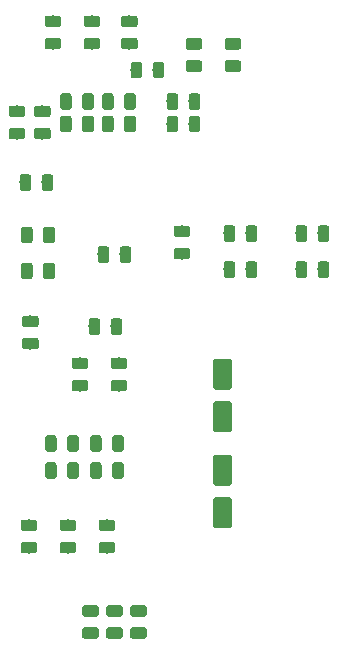
<source format=gbr>
G04 #@! TF.GenerationSoftware,KiCad,Pcbnew,(5.1.4-0-10_14)*
G04 #@! TF.CreationDate,2019-10-08T20:56:09-07:00*
G04 #@! TF.ProjectId,VCA_Main,5643415f-4d61-4696-9e2e-6b696361645f,rev?*
G04 #@! TF.SameCoordinates,Original*
G04 #@! TF.FileFunction,Paste,Top*
G04 #@! TF.FilePolarity,Positive*
%FSLAX46Y46*%
G04 Gerber Fmt 4.6, Leading zero omitted, Abs format (unit mm)*
G04 Created by KiCad (PCBNEW (5.1.4-0-10_14)) date 2019-10-08 20:56:09*
%MOMM*%
%LPD*%
G04 APERTURE LIST*
%ADD10C,0.100000*%
%ADD11C,1.600000*%
%ADD12C,0.975000*%
G04 APERTURE END LIST*
D10*
G36*
X83632504Y-113531204D02*
G01*
X83656773Y-113534804D01*
X83680571Y-113540765D01*
X83703671Y-113549030D01*
X83725849Y-113559520D01*
X83746893Y-113572133D01*
X83766598Y-113586747D01*
X83784777Y-113603223D01*
X83801253Y-113621402D01*
X83815867Y-113641107D01*
X83828480Y-113662151D01*
X83838970Y-113684329D01*
X83847235Y-113707429D01*
X83853196Y-113731227D01*
X83856796Y-113755496D01*
X83858000Y-113780000D01*
X83858000Y-115880000D01*
X83856796Y-115904504D01*
X83853196Y-115928773D01*
X83847235Y-115952571D01*
X83838970Y-115975671D01*
X83828480Y-115997849D01*
X83815867Y-116018893D01*
X83801253Y-116038598D01*
X83784777Y-116056777D01*
X83766598Y-116073253D01*
X83746893Y-116087867D01*
X83725849Y-116100480D01*
X83703671Y-116110970D01*
X83680571Y-116119235D01*
X83656773Y-116125196D01*
X83632504Y-116128796D01*
X83608000Y-116130000D01*
X82508000Y-116130000D01*
X82483496Y-116128796D01*
X82459227Y-116125196D01*
X82435429Y-116119235D01*
X82412329Y-116110970D01*
X82390151Y-116100480D01*
X82369107Y-116087867D01*
X82349402Y-116073253D01*
X82331223Y-116056777D01*
X82314747Y-116038598D01*
X82300133Y-116018893D01*
X82287520Y-115997849D01*
X82277030Y-115975671D01*
X82268765Y-115952571D01*
X82262804Y-115928773D01*
X82259204Y-115904504D01*
X82258000Y-115880000D01*
X82258000Y-113780000D01*
X82259204Y-113755496D01*
X82262804Y-113731227D01*
X82268765Y-113707429D01*
X82277030Y-113684329D01*
X82287520Y-113662151D01*
X82300133Y-113641107D01*
X82314747Y-113621402D01*
X82331223Y-113603223D01*
X82349402Y-113586747D01*
X82369107Y-113572133D01*
X82390151Y-113559520D01*
X82412329Y-113549030D01*
X82435429Y-113540765D01*
X82459227Y-113534804D01*
X82483496Y-113531204D01*
X82508000Y-113530000D01*
X83608000Y-113530000D01*
X83632504Y-113531204D01*
X83632504Y-113531204D01*
G37*
D11*
X83058000Y-114830000D03*
D10*
G36*
X83632504Y-109931204D02*
G01*
X83656773Y-109934804D01*
X83680571Y-109940765D01*
X83703671Y-109949030D01*
X83725849Y-109959520D01*
X83746893Y-109972133D01*
X83766598Y-109986747D01*
X83784777Y-110003223D01*
X83801253Y-110021402D01*
X83815867Y-110041107D01*
X83828480Y-110062151D01*
X83838970Y-110084329D01*
X83847235Y-110107429D01*
X83853196Y-110131227D01*
X83856796Y-110155496D01*
X83858000Y-110180000D01*
X83858000Y-112280000D01*
X83856796Y-112304504D01*
X83853196Y-112328773D01*
X83847235Y-112352571D01*
X83838970Y-112375671D01*
X83828480Y-112397849D01*
X83815867Y-112418893D01*
X83801253Y-112438598D01*
X83784777Y-112456777D01*
X83766598Y-112473253D01*
X83746893Y-112487867D01*
X83725849Y-112500480D01*
X83703671Y-112510970D01*
X83680571Y-112519235D01*
X83656773Y-112525196D01*
X83632504Y-112528796D01*
X83608000Y-112530000D01*
X82508000Y-112530000D01*
X82483496Y-112528796D01*
X82459227Y-112525196D01*
X82435429Y-112519235D01*
X82412329Y-112510970D01*
X82390151Y-112500480D01*
X82369107Y-112487867D01*
X82349402Y-112473253D01*
X82331223Y-112456777D01*
X82314747Y-112438598D01*
X82300133Y-112418893D01*
X82287520Y-112397849D01*
X82277030Y-112375671D01*
X82268765Y-112352571D01*
X82262804Y-112328773D01*
X82259204Y-112304504D01*
X82258000Y-112280000D01*
X82258000Y-110180000D01*
X82259204Y-110155496D01*
X82262804Y-110131227D01*
X82268765Y-110107429D01*
X82277030Y-110084329D01*
X82287520Y-110062151D01*
X82300133Y-110041107D01*
X82314747Y-110021402D01*
X82331223Y-110003223D01*
X82349402Y-109986747D01*
X82369107Y-109972133D01*
X82390151Y-109959520D01*
X82412329Y-109949030D01*
X82435429Y-109940765D01*
X82459227Y-109934804D01*
X82483496Y-109931204D01*
X82508000Y-109930000D01*
X83608000Y-109930000D01*
X83632504Y-109931204D01*
X83632504Y-109931204D01*
G37*
D11*
X83058000Y-111230000D03*
D10*
G36*
X83632504Y-118059204D02*
G01*
X83656773Y-118062804D01*
X83680571Y-118068765D01*
X83703671Y-118077030D01*
X83725849Y-118087520D01*
X83746893Y-118100133D01*
X83766598Y-118114747D01*
X83784777Y-118131223D01*
X83801253Y-118149402D01*
X83815867Y-118169107D01*
X83828480Y-118190151D01*
X83838970Y-118212329D01*
X83847235Y-118235429D01*
X83853196Y-118259227D01*
X83856796Y-118283496D01*
X83858000Y-118308000D01*
X83858000Y-120408000D01*
X83856796Y-120432504D01*
X83853196Y-120456773D01*
X83847235Y-120480571D01*
X83838970Y-120503671D01*
X83828480Y-120525849D01*
X83815867Y-120546893D01*
X83801253Y-120566598D01*
X83784777Y-120584777D01*
X83766598Y-120601253D01*
X83746893Y-120615867D01*
X83725849Y-120628480D01*
X83703671Y-120638970D01*
X83680571Y-120647235D01*
X83656773Y-120653196D01*
X83632504Y-120656796D01*
X83608000Y-120658000D01*
X82508000Y-120658000D01*
X82483496Y-120656796D01*
X82459227Y-120653196D01*
X82435429Y-120647235D01*
X82412329Y-120638970D01*
X82390151Y-120628480D01*
X82369107Y-120615867D01*
X82349402Y-120601253D01*
X82331223Y-120584777D01*
X82314747Y-120566598D01*
X82300133Y-120546893D01*
X82287520Y-120525849D01*
X82277030Y-120503671D01*
X82268765Y-120480571D01*
X82262804Y-120456773D01*
X82259204Y-120432504D01*
X82258000Y-120408000D01*
X82258000Y-118308000D01*
X82259204Y-118283496D01*
X82262804Y-118259227D01*
X82268765Y-118235429D01*
X82277030Y-118212329D01*
X82287520Y-118190151D01*
X82300133Y-118169107D01*
X82314747Y-118149402D01*
X82331223Y-118131223D01*
X82349402Y-118114747D01*
X82369107Y-118100133D01*
X82390151Y-118087520D01*
X82412329Y-118077030D01*
X82435429Y-118068765D01*
X82459227Y-118062804D01*
X82483496Y-118059204D01*
X82508000Y-118058000D01*
X83608000Y-118058000D01*
X83632504Y-118059204D01*
X83632504Y-118059204D01*
G37*
D11*
X83058000Y-119358000D03*
D10*
G36*
X83632504Y-121659204D02*
G01*
X83656773Y-121662804D01*
X83680571Y-121668765D01*
X83703671Y-121677030D01*
X83725849Y-121687520D01*
X83746893Y-121700133D01*
X83766598Y-121714747D01*
X83784777Y-121731223D01*
X83801253Y-121749402D01*
X83815867Y-121769107D01*
X83828480Y-121790151D01*
X83838970Y-121812329D01*
X83847235Y-121835429D01*
X83853196Y-121859227D01*
X83856796Y-121883496D01*
X83858000Y-121908000D01*
X83858000Y-124008000D01*
X83856796Y-124032504D01*
X83853196Y-124056773D01*
X83847235Y-124080571D01*
X83838970Y-124103671D01*
X83828480Y-124125849D01*
X83815867Y-124146893D01*
X83801253Y-124166598D01*
X83784777Y-124184777D01*
X83766598Y-124201253D01*
X83746893Y-124215867D01*
X83725849Y-124228480D01*
X83703671Y-124238970D01*
X83680571Y-124247235D01*
X83656773Y-124253196D01*
X83632504Y-124256796D01*
X83608000Y-124258000D01*
X82508000Y-124258000D01*
X82483496Y-124256796D01*
X82459227Y-124253196D01*
X82435429Y-124247235D01*
X82412329Y-124238970D01*
X82390151Y-124228480D01*
X82369107Y-124215867D01*
X82349402Y-124201253D01*
X82331223Y-124184777D01*
X82314747Y-124166598D01*
X82300133Y-124146893D01*
X82287520Y-124125849D01*
X82277030Y-124103671D01*
X82268765Y-124080571D01*
X82262804Y-124056773D01*
X82259204Y-124032504D01*
X82258000Y-124008000D01*
X82258000Y-121908000D01*
X82259204Y-121883496D01*
X82262804Y-121859227D01*
X82268765Y-121835429D01*
X82277030Y-121812329D01*
X82287520Y-121790151D01*
X82300133Y-121769107D01*
X82314747Y-121749402D01*
X82331223Y-121731223D01*
X82349402Y-121714747D01*
X82369107Y-121700133D01*
X82390151Y-121687520D01*
X82412329Y-121677030D01*
X82435429Y-121668765D01*
X82459227Y-121662804D01*
X82483496Y-121659204D01*
X82508000Y-121658000D01*
X83608000Y-121658000D01*
X83632504Y-121659204D01*
X83632504Y-121659204D01*
G37*
D11*
X83058000Y-122958000D03*
D10*
G36*
X66767142Y-98742174D02*
G01*
X66790803Y-98745684D01*
X66814007Y-98751496D01*
X66836529Y-98759554D01*
X66858153Y-98769782D01*
X66878670Y-98782079D01*
X66897883Y-98796329D01*
X66915607Y-98812393D01*
X66931671Y-98830117D01*
X66945921Y-98849330D01*
X66958218Y-98869847D01*
X66968446Y-98891471D01*
X66976504Y-98913993D01*
X66982316Y-98937197D01*
X66985826Y-98960858D01*
X66987000Y-98984750D01*
X66987000Y-99897250D01*
X66985826Y-99921142D01*
X66982316Y-99944803D01*
X66976504Y-99968007D01*
X66968446Y-99990529D01*
X66958218Y-100012153D01*
X66945921Y-100032670D01*
X66931671Y-100051883D01*
X66915607Y-100069607D01*
X66897883Y-100085671D01*
X66878670Y-100099921D01*
X66858153Y-100112218D01*
X66836529Y-100122446D01*
X66814007Y-100130504D01*
X66790803Y-100136316D01*
X66767142Y-100139826D01*
X66743250Y-100141000D01*
X66255750Y-100141000D01*
X66231858Y-100139826D01*
X66208197Y-100136316D01*
X66184993Y-100130504D01*
X66162471Y-100122446D01*
X66140847Y-100112218D01*
X66120330Y-100099921D01*
X66101117Y-100085671D01*
X66083393Y-100069607D01*
X66067329Y-100051883D01*
X66053079Y-100032670D01*
X66040782Y-100012153D01*
X66030554Y-99990529D01*
X66022496Y-99968007D01*
X66016684Y-99944803D01*
X66013174Y-99921142D01*
X66012000Y-99897250D01*
X66012000Y-98984750D01*
X66013174Y-98960858D01*
X66016684Y-98937197D01*
X66022496Y-98913993D01*
X66030554Y-98891471D01*
X66040782Y-98869847D01*
X66053079Y-98849330D01*
X66067329Y-98830117D01*
X66083393Y-98812393D01*
X66101117Y-98796329D01*
X66120330Y-98782079D01*
X66140847Y-98769782D01*
X66162471Y-98759554D01*
X66184993Y-98751496D01*
X66208197Y-98745684D01*
X66231858Y-98742174D01*
X66255750Y-98741000D01*
X66743250Y-98741000D01*
X66767142Y-98742174D01*
X66767142Y-98742174D01*
G37*
D12*
X66499500Y-99441000D03*
D10*
G36*
X68642142Y-98742174D02*
G01*
X68665803Y-98745684D01*
X68689007Y-98751496D01*
X68711529Y-98759554D01*
X68733153Y-98769782D01*
X68753670Y-98782079D01*
X68772883Y-98796329D01*
X68790607Y-98812393D01*
X68806671Y-98830117D01*
X68820921Y-98849330D01*
X68833218Y-98869847D01*
X68843446Y-98891471D01*
X68851504Y-98913993D01*
X68857316Y-98937197D01*
X68860826Y-98960858D01*
X68862000Y-98984750D01*
X68862000Y-99897250D01*
X68860826Y-99921142D01*
X68857316Y-99944803D01*
X68851504Y-99968007D01*
X68843446Y-99990529D01*
X68833218Y-100012153D01*
X68820921Y-100032670D01*
X68806671Y-100051883D01*
X68790607Y-100069607D01*
X68772883Y-100085671D01*
X68753670Y-100099921D01*
X68733153Y-100112218D01*
X68711529Y-100122446D01*
X68689007Y-100130504D01*
X68665803Y-100136316D01*
X68642142Y-100139826D01*
X68618250Y-100141000D01*
X68130750Y-100141000D01*
X68106858Y-100139826D01*
X68083197Y-100136316D01*
X68059993Y-100130504D01*
X68037471Y-100122446D01*
X68015847Y-100112218D01*
X67995330Y-100099921D01*
X67976117Y-100085671D01*
X67958393Y-100069607D01*
X67942329Y-100051883D01*
X67928079Y-100032670D01*
X67915782Y-100012153D01*
X67905554Y-99990529D01*
X67897496Y-99968007D01*
X67891684Y-99944803D01*
X67888174Y-99921142D01*
X67887000Y-99897250D01*
X67887000Y-98984750D01*
X67888174Y-98960858D01*
X67891684Y-98937197D01*
X67897496Y-98913993D01*
X67905554Y-98891471D01*
X67915782Y-98869847D01*
X67928079Y-98849330D01*
X67942329Y-98830117D01*
X67958393Y-98812393D01*
X67976117Y-98796329D01*
X67995330Y-98782079D01*
X68015847Y-98769782D01*
X68037471Y-98759554D01*
X68059993Y-98751496D01*
X68083197Y-98745684D01*
X68106858Y-98742174D01*
X68130750Y-98741000D01*
X68618250Y-98741000D01*
X68642142Y-98742174D01*
X68642142Y-98742174D01*
G37*
D12*
X68374500Y-99441000D03*
D10*
G36*
X69187142Y-80872174D02*
G01*
X69210803Y-80875684D01*
X69234007Y-80881496D01*
X69256529Y-80889554D01*
X69278153Y-80899782D01*
X69298670Y-80912079D01*
X69317883Y-80926329D01*
X69335607Y-80942393D01*
X69351671Y-80960117D01*
X69365921Y-80979330D01*
X69378218Y-80999847D01*
X69388446Y-81021471D01*
X69396504Y-81043993D01*
X69402316Y-81067197D01*
X69405826Y-81090858D01*
X69407000Y-81114750D01*
X69407000Y-81602250D01*
X69405826Y-81626142D01*
X69402316Y-81649803D01*
X69396504Y-81673007D01*
X69388446Y-81695529D01*
X69378218Y-81717153D01*
X69365921Y-81737670D01*
X69351671Y-81756883D01*
X69335607Y-81774607D01*
X69317883Y-81790671D01*
X69298670Y-81804921D01*
X69278153Y-81817218D01*
X69256529Y-81827446D01*
X69234007Y-81835504D01*
X69210803Y-81841316D01*
X69187142Y-81844826D01*
X69163250Y-81846000D01*
X68250750Y-81846000D01*
X68226858Y-81844826D01*
X68203197Y-81841316D01*
X68179993Y-81835504D01*
X68157471Y-81827446D01*
X68135847Y-81817218D01*
X68115330Y-81804921D01*
X68096117Y-81790671D01*
X68078393Y-81774607D01*
X68062329Y-81756883D01*
X68048079Y-81737670D01*
X68035782Y-81717153D01*
X68025554Y-81695529D01*
X68017496Y-81673007D01*
X68011684Y-81649803D01*
X68008174Y-81626142D01*
X68007000Y-81602250D01*
X68007000Y-81114750D01*
X68008174Y-81090858D01*
X68011684Y-81067197D01*
X68017496Y-81043993D01*
X68025554Y-81021471D01*
X68035782Y-80999847D01*
X68048079Y-80979330D01*
X68062329Y-80960117D01*
X68078393Y-80942393D01*
X68096117Y-80926329D01*
X68115330Y-80912079D01*
X68135847Y-80899782D01*
X68157471Y-80889554D01*
X68179993Y-80881496D01*
X68203197Y-80875684D01*
X68226858Y-80872174D01*
X68250750Y-80871000D01*
X69163250Y-80871000D01*
X69187142Y-80872174D01*
X69187142Y-80872174D01*
G37*
D12*
X68707000Y-81358500D03*
D10*
G36*
X69187142Y-82747174D02*
G01*
X69210803Y-82750684D01*
X69234007Y-82756496D01*
X69256529Y-82764554D01*
X69278153Y-82774782D01*
X69298670Y-82787079D01*
X69317883Y-82801329D01*
X69335607Y-82817393D01*
X69351671Y-82835117D01*
X69365921Y-82854330D01*
X69378218Y-82874847D01*
X69388446Y-82896471D01*
X69396504Y-82918993D01*
X69402316Y-82942197D01*
X69405826Y-82965858D01*
X69407000Y-82989750D01*
X69407000Y-83477250D01*
X69405826Y-83501142D01*
X69402316Y-83524803D01*
X69396504Y-83548007D01*
X69388446Y-83570529D01*
X69378218Y-83592153D01*
X69365921Y-83612670D01*
X69351671Y-83631883D01*
X69335607Y-83649607D01*
X69317883Y-83665671D01*
X69298670Y-83679921D01*
X69278153Y-83692218D01*
X69256529Y-83702446D01*
X69234007Y-83710504D01*
X69210803Y-83716316D01*
X69187142Y-83719826D01*
X69163250Y-83721000D01*
X68250750Y-83721000D01*
X68226858Y-83719826D01*
X68203197Y-83716316D01*
X68179993Y-83710504D01*
X68157471Y-83702446D01*
X68135847Y-83692218D01*
X68115330Y-83679921D01*
X68096117Y-83665671D01*
X68078393Y-83649607D01*
X68062329Y-83631883D01*
X68048079Y-83612670D01*
X68035782Y-83592153D01*
X68025554Y-83570529D01*
X68017496Y-83548007D01*
X68011684Y-83524803D01*
X68008174Y-83501142D01*
X68007000Y-83477250D01*
X68007000Y-82989750D01*
X68008174Y-82965858D01*
X68011684Y-82942197D01*
X68017496Y-82918993D01*
X68025554Y-82896471D01*
X68035782Y-82874847D01*
X68048079Y-82854330D01*
X68062329Y-82835117D01*
X68078393Y-82817393D01*
X68096117Y-82801329D01*
X68115330Y-82787079D01*
X68135847Y-82774782D01*
X68157471Y-82764554D01*
X68179993Y-82756496D01*
X68203197Y-82750684D01*
X68226858Y-82747174D01*
X68250750Y-82746000D01*
X69163250Y-82746000D01*
X69187142Y-82747174D01*
X69187142Y-82747174D01*
G37*
D12*
X68707000Y-83233500D03*
D10*
G36*
X72489142Y-80872174D02*
G01*
X72512803Y-80875684D01*
X72536007Y-80881496D01*
X72558529Y-80889554D01*
X72580153Y-80899782D01*
X72600670Y-80912079D01*
X72619883Y-80926329D01*
X72637607Y-80942393D01*
X72653671Y-80960117D01*
X72667921Y-80979330D01*
X72680218Y-80999847D01*
X72690446Y-81021471D01*
X72698504Y-81043993D01*
X72704316Y-81067197D01*
X72707826Y-81090858D01*
X72709000Y-81114750D01*
X72709000Y-81602250D01*
X72707826Y-81626142D01*
X72704316Y-81649803D01*
X72698504Y-81673007D01*
X72690446Y-81695529D01*
X72680218Y-81717153D01*
X72667921Y-81737670D01*
X72653671Y-81756883D01*
X72637607Y-81774607D01*
X72619883Y-81790671D01*
X72600670Y-81804921D01*
X72580153Y-81817218D01*
X72558529Y-81827446D01*
X72536007Y-81835504D01*
X72512803Y-81841316D01*
X72489142Y-81844826D01*
X72465250Y-81846000D01*
X71552750Y-81846000D01*
X71528858Y-81844826D01*
X71505197Y-81841316D01*
X71481993Y-81835504D01*
X71459471Y-81827446D01*
X71437847Y-81817218D01*
X71417330Y-81804921D01*
X71398117Y-81790671D01*
X71380393Y-81774607D01*
X71364329Y-81756883D01*
X71350079Y-81737670D01*
X71337782Y-81717153D01*
X71327554Y-81695529D01*
X71319496Y-81673007D01*
X71313684Y-81649803D01*
X71310174Y-81626142D01*
X71309000Y-81602250D01*
X71309000Y-81114750D01*
X71310174Y-81090858D01*
X71313684Y-81067197D01*
X71319496Y-81043993D01*
X71327554Y-81021471D01*
X71337782Y-80999847D01*
X71350079Y-80979330D01*
X71364329Y-80960117D01*
X71380393Y-80942393D01*
X71398117Y-80926329D01*
X71417330Y-80912079D01*
X71437847Y-80899782D01*
X71459471Y-80889554D01*
X71481993Y-80881496D01*
X71505197Y-80875684D01*
X71528858Y-80872174D01*
X71552750Y-80871000D01*
X72465250Y-80871000D01*
X72489142Y-80872174D01*
X72489142Y-80872174D01*
G37*
D12*
X72009000Y-81358500D03*
D10*
G36*
X72489142Y-82747174D02*
G01*
X72512803Y-82750684D01*
X72536007Y-82756496D01*
X72558529Y-82764554D01*
X72580153Y-82774782D01*
X72600670Y-82787079D01*
X72619883Y-82801329D01*
X72637607Y-82817393D01*
X72653671Y-82835117D01*
X72667921Y-82854330D01*
X72680218Y-82874847D01*
X72690446Y-82896471D01*
X72698504Y-82918993D01*
X72704316Y-82942197D01*
X72707826Y-82965858D01*
X72709000Y-82989750D01*
X72709000Y-83477250D01*
X72707826Y-83501142D01*
X72704316Y-83524803D01*
X72698504Y-83548007D01*
X72690446Y-83570529D01*
X72680218Y-83592153D01*
X72667921Y-83612670D01*
X72653671Y-83631883D01*
X72637607Y-83649607D01*
X72619883Y-83665671D01*
X72600670Y-83679921D01*
X72580153Y-83692218D01*
X72558529Y-83702446D01*
X72536007Y-83710504D01*
X72512803Y-83716316D01*
X72489142Y-83719826D01*
X72465250Y-83721000D01*
X71552750Y-83721000D01*
X71528858Y-83719826D01*
X71505197Y-83716316D01*
X71481993Y-83710504D01*
X71459471Y-83702446D01*
X71437847Y-83692218D01*
X71417330Y-83679921D01*
X71398117Y-83665671D01*
X71380393Y-83649607D01*
X71364329Y-83631883D01*
X71350079Y-83612670D01*
X71337782Y-83592153D01*
X71327554Y-83570529D01*
X71319496Y-83548007D01*
X71313684Y-83524803D01*
X71310174Y-83501142D01*
X71309000Y-83477250D01*
X71309000Y-82989750D01*
X71310174Y-82965858D01*
X71313684Y-82942197D01*
X71319496Y-82918993D01*
X71327554Y-82896471D01*
X71337782Y-82874847D01*
X71350079Y-82854330D01*
X71364329Y-82835117D01*
X71380393Y-82817393D01*
X71398117Y-82801329D01*
X71417330Y-82787079D01*
X71437847Y-82774782D01*
X71459471Y-82764554D01*
X71481993Y-82756496D01*
X71505197Y-82750684D01*
X71528858Y-82747174D01*
X71552750Y-82746000D01*
X72465250Y-82746000D01*
X72489142Y-82747174D01*
X72489142Y-82747174D01*
G37*
D12*
X72009000Y-83233500D03*
D10*
G36*
X75664142Y-82747174D02*
G01*
X75687803Y-82750684D01*
X75711007Y-82756496D01*
X75733529Y-82764554D01*
X75755153Y-82774782D01*
X75775670Y-82787079D01*
X75794883Y-82801329D01*
X75812607Y-82817393D01*
X75828671Y-82835117D01*
X75842921Y-82854330D01*
X75855218Y-82874847D01*
X75865446Y-82896471D01*
X75873504Y-82918993D01*
X75879316Y-82942197D01*
X75882826Y-82965858D01*
X75884000Y-82989750D01*
X75884000Y-83477250D01*
X75882826Y-83501142D01*
X75879316Y-83524803D01*
X75873504Y-83548007D01*
X75865446Y-83570529D01*
X75855218Y-83592153D01*
X75842921Y-83612670D01*
X75828671Y-83631883D01*
X75812607Y-83649607D01*
X75794883Y-83665671D01*
X75775670Y-83679921D01*
X75755153Y-83692218D01*
X75733529Y-83702446D01*
X75711007Y-83710504D01*
X75687803Y-83716316D01*
X75664142Y-83719826D01*
X75640250Y-83721000D01*
X74727750Y-83721000D01*
X74703858Y-83719826D01*
X74680197Y-83716316D01*
X74656993Y-83710504D01*
X74634471Y-83702446D01*
X74612847Y-83692218D01*
X74592330Y-83679921D01*
X74573117Y-83665671D01*
X74555393Y-83649607D01*
X74539329Y-83631883D01*
X74525079Y-83612670D01*
X74512782Y-83592153D01*
X74502554Y-83570529D01*
X74494496Y-83548007D01*
X74488684Y-83524803D01*
X74485174Y-83501142D01*
X74484000Y-83477250D01*
X74484000Y-82989750D01*
X74485174Y-82965858D01*
X74488684Y-82942197D01*
X74494496Y-82918993D01*
X74502554Y-82896471D01*
X74512782Y-82874847D01*
X74525079Y-82854330D01*
X74539329Y-82835117D01*
X74555393Y-82817393D01*
X74573117Y-82801329D01*
X74592330Y-82787079D01*
X74612847Y-82774782D01*
X74634471Y-82764554D01*
X74656993Y-82756496D01*
X74680197Y-82750684D01*
X74703858Y-82747174D01*
X74727750Y-82746000D01*
X75640250Y-82746000D01*
X75664142Y-82747174D01*
X75664142Y-82747174D01*
G37*
D12*
X75184000Y-83233500D03*
D10*
G36*
X75664142Y-80872174D02*
G01*
X75687803Y-80875684D01*
X75711007Y-80881496D01*
X75733529Y-80889554D01*
X75755153Y-80899782D01*
X75775670Y-80912079D01*
X75794883Y-80926329D01*
X75812607Y-80942393D01*
X75828671Y-80960117D01*
X75842921Y-80979330D01*
X75855218Y-80999847D01*
X75865446Y-81021471D01*
X75873504Y-81043993D01*
X75879316Y-81067197D01*
X75882826Y-81090858D01*
X75884000Y-81114750D01*
X75884000Y-81602250D01*
X75882826Y-81626142D01*
X75879316Y-81649803D01*
X75873504Y-81673007D01*
X75865446Y-81695529D01*
X75855218Y-81717153D01*
X75842921Y-81737670D01*
X75828671Y-81756883D01*
X75812607Y-81774607D01*
X75794883Y-81790671D01*
X75775670Y-81804921D01*
X75755153Y-81817218D01*
X75733529Y-81827446D01*
X75711007Y-81835504D01*
X75687803Y-81841316D01*
X75664142Y-81844826D01*
X75640250Y-81846000D01*
X74727750Y-81846000D01*
X74703858Y-81844826D01*
X74680197Y-81841316D01*
X74656993Y-81835504D01*
X74634471Y-81827446D01*
X74612847Y-81817218D01*
X74592330Y-81804921D01*
X74573117Y-81790671D01*
X74555393Y-81774607D01*
X74539329Y-81756883D01*
X74525079Y-81737670D01*
X74512782Y-81717153D01*
X74502554Y-81695529D01*
X74494496Y-81673007D01*
X74488684Y-81649803D01*
X74485174Y-81626142D01*
X74484000Y-81602250D01*
X74484000Y-81114750D01*
X74485174Y-81090858D01*
X74488684Y-81067197D01*
X74494496Y-81043993D01*
X74502554Y-81021471D01*
X74512782Y-80999847D01*
X74525079Y-80979330D01*
X74539329Y-80960117D01*
X74555393Y-80942393D01*
X74573117Y-80926329D01*
X74592330Y-80912079D01*
X74612847Y-80899782D01*
X74634471Y-80889554D01*
X74656993Y-80881496D01*
X74680197Y-80875684D01*
X74703858Y-80872174D01*
X74727750Y-80871000D01*
X75640250Y-80871000D01*
X75664142Y-80872174D01*
X75664142Y-80872174D01*
G37*
D12*
X75184000Y-81358500D03*
D10*
G36*
X72362142Y-130783174D02*
G01*
X72385803Y-130786684D01*
X72409007Y-130792496D01*
X72431529Y-130800554D01*
X72453153Y-130810782D01*
X72473670Y-130823079D01*
X72492883Y-130837329D01*
X72510607Y-130853393D01*
X72526671Y-130871117D01*
X72540921Y-130890330D01*
X72553218Y-130910847D01*
X72563446Y-130932471D01*
X72571504Y-130954993D01*
X72577316Y-130978197D01*
X72580826Y-131001858D01*
X72582000Y-131025750D01*
X72582000Y-131513250D01*
X72580826Y-131537142D01*
X72577316Y-131560803D01*
X72571504Y-131584007D01*
X72563446Y-131606529D01*
X72553218Y-131628153D01*
X72540921Y-131648670D01*
X72526671Y-131667883D01*
X72510607Y-131685607D01*
X72492883Y-131701671D01*
X72473670Y-131715921D01*
X72453153Y-131728218D01*
X72431529Y-131738446D01*
X72409007Y-131746504D01*
X72385803Y-131752316D01*
X72362142Y-131755826D01*
X72338250Y-131757000D01*
X71425750Y-131757000D01*
X71401858Y-131755826D01*
X71378197Y-131752316D01*
X71354993Y-131746504D01*
X71332471Y-131738446D01*
X71310847Y-131728218D01*
X71290330Y-131715921D01*
X71271117Y-131701671D01*
X71253393Y-131685607D01*
X71237329Y-131667883D01*
X71223079Y-131648670D01*
X71210782Y-131628153D01*
X71200554Y-131606529D01*
X71192496Y-131584007D01*
X71186684Y-131560803D01*
X71183174Y-131537142D01*
X71182000Y-131513250D01*
X71182000Y-131025750D01*
X71183174Y-131001858D01*
X71186684Y-130978197D01*
X71192496Y-130954993D01*
X71200554Y-130932471D01*
X71210782Y-130910847D01*
X71223079Y-130890330D01*
X71237329Y-130871117D01*
X71253393Y-130853393D01*
X71271117Y-130837329D01*
X71290330Y-130823079D01*
X71310847Y-130810782D01*
X71332471Y-130800554D01*
X71354993Y-130792496D01*
X71378197Y-130786684D01*
X71401858Y-130783174D01*
X71425750Y-130782000D01*
X72338250Y-130782000D01*
X72362142Y-130783174D01*
X72362142Y-130783174D01*
G37*
D12*
X71882000Y-131269500D03*
D10*
G36*
X72362142Y-132658174D02*
G01*
X72385803Y-132661684D01*
X72409007Y-132667496D01*
X72431529Y-132675554D01*
X72453153Y-132685782D01*
X72473670Y-132698079D01*
X72492883Y-132712329D01*
X72510607Y-132728393D01*
X72526671Y-132746117D01*
X72540921Y-132765330D01*
X72553218Y-132785847D01*
X72563446Y-132807471D01*
X72571504Y-132829993D01*
X72577316Y-132853197D01*
X72580826Y-132876858D01*
X72582000Y-132900750D01*
X72582000Y-133388250D01*
X72580826Y-133412142D01*
X72577316Y-133435803D01*
X72571504Y-133459007D01*
X72563446Y-133481529D01*
X72553218Y-133503153D01*
X72540921Y-133523670D01*
X72526671Y-133542883D01*
X72510607Y-133560607D01*
X72492883Y-133576671D01*
X72473670Y-133590921D01*
X72453153Y-133603218D01*
X72431529Y-133613446D01*
X72409007Y-133621504D01*
X72385803Y-133627316D01*
X72362142Y-133630826D01*
X72338250Y-133632000D01*
X71425750Y-133632000D01*
X71401858Y-133630826D01*
X71378197Y-133627316D01*
X71354993Y-133621504D01*
X71332471Y-133613446D01*
X71310847Y-133603218D01*
X71290330Y-133590921D01*
X71271117Y-133576671D01*
X71253393Y-133560607D01*
X71237329Y-133542883D01*
X71223079Y-133523670D01*
X71210782Y-133503153D01*
X71200554Y-133481529D01*
X71192496Y-133459007D01*
X71186684Y-133435803D01*
X71183174Y-133412142D01*
X71182000Y-133388250D01*
X71182000Y-132900750D01*
X71183174Y-132876858D01*
X71186684Y-132853197D01*
X71192496Y-132829993D01*
X71200554Y-132807471D01*
X71210782Y-132785847D01*
X71223079Y-132765330D01*
X71237329Y-132746117D01*
X71253393Y-132728393D01*
X71271117Y-132712329D01*
X71290330Y-132698079D01*
X71310847Y-132685782D01*
X71332471Y-132675554D01*
X71354993Y-132667496D01*
X71378197Y-132661684D01*
X71401858Y-132658174D01*
X71425750Y-132657000D01*
X72338250Y-132657000D01*
X72362142Y-132658174D01*
X72362142Y-132658174D01*
G37*
D12*
X71882000Y-133144500D03*
D10*
G36*
X74394142Y-130783174D02*
G01*
X74417803Y-130786684D01*
X74441007Y-130792496D01*
X74463529Y-130800554D01*
X74485153Y-130810782D01*
X74505670Y-130823079D01*
X74524883Y-130837329D01*
X74542607Y-130853393D01*
X74558671Y-130871117D01*
X74572921Y-130890330D01*
X74585218Y-130910847D01*
X74595446Y-130932471D01*
X74603504Y-130954993D01*
X74609316Y-130978197D01*
X74612826Y-131001858D01*
X74614000Y-131025750D01*
X74614000Y-131513250D01*
X74612826Y-131537142D01*
X74609316Y-131560803D01*
X74603504Y-131584007D01*
X74595446Y-131606529D01*
X74585218Y-131628153D01*
X74572921Y-131648670D01*
X74558671Y-131667883D01*
X74542607Y-131685607D01*
X74524883Y-131701671D01*
X74505670Y-131715921D01*
X74485153Y-131728218D01*
X74463529Y-131738446D01*
X74441007Y-131746504D01*
X74417803Y-131752316D01*
X74394142Y-131755826D01*
X74370250Y-131757000D01*
X73457750Y-131757000D01*
X73433858Y-131755826D01*
X73410197Y-131752316D01*
X73386993Y-131746504D01*
X73364471Y-131738446D01*
X73342847Y-131728218D01*
X73322330Y-131715921D01*
X73303117Y-131701671D01*
X73285393Y-131685607D01*
X73269329Y-131667883D01*
X73255079Y-131648670D01*
X73242782Y-131628153D01*
X73232554Y-131606529D01*
X73224496Y-131584007D01*
X73218684Y-131560803D01*
X73215174Y-131537142D01*
X73214000Y-131513250D01*
X73214000Y-131025750D01*
X73215174Y-131001858D01*
X73218684Y-130978197D01*
X73224496Y-130954993D01*
X73232554Y-130932471D01*
X73242782Y-130910847D01*
X73255079Y-130890330D01*
X73269329Y-130871117D01*
X73285393Y-130853393D01*
X73303117Y-130837329D01*
X73322330Y-130823079D01*
X73342847Y-130810782D01*
X73364471Y-130800554D01*
X73386993Y-130792496D01*
X73410197Y-130786684D01*
X73433858Y-130783174D01*
X73457750Y-130782000D01*
X74370250Y-130782000D01*
X74394142Y-130783174D01*
X74394142Y-130783174D01*
G37*
D12*
X73914000Y-131269500D03*
D10*
G36*
X74394142Y-132658174D02*
G01*
X74417803Y-132661684D01*
X74441007Y-132667496D01*
X74463529Y-132675554D01*
X74485153Y-132685782D01*
X74505670Y-132698079D01*
X74524883Y-132712329D01*
X74542607Y-132728393D01*
X74558671Y-132746117D01*
X74572921Y-132765330D01*
X74585218Y-132785847D01*
X74595446Y-132807471D01*
X74603504Y-132829993D01*
X74609316Y-132853197D01*
X74612826Y-132876858D01*
X74614000Y-132900750D01*
X74614000Y-133388250D01*
X74612826Y-133412142D01*
X74609316Y-133435803D01*
X74603504Y-133459007D01*
X74595446Y-133481529D01*
X74585218Y-133503153D01*
X74572921Y-133523670D01*
X74558671Y-133542883D01*
X74542607Y-133560607D01*
X74524883Y-133576671D01*
X74505670Y-133590921D01*
X74485153Y-133603218D01*
X74463529Y-133613446D01*
X74441007Y-133621504D01*
X74417803Y-133627316D01*
X74394142Y-133630826D01*
X74370250Y-133632000D01*
X73457750Y-133632000D01*
X73433858Y-133630826D01*
X73410197Y-133627316D01*
X73386993Y-133621504D01*
X73364471Y-133613446D01*
X73342847Y-133603218D01*
X73322330Y-133590921D01*
X73303117Y-133576671D01*
X73285393Y-133560607D01*
X73269329Y-133542883D01*
X73255079Y-133523670D01*
X73242782Y-133503153D01*
X73232554Y-133481529D01*
X73224496Y-133459007D01*
X73218684Y-133435803D01*
X73215174Y-133412142D01*
X73214000Y-133388250D01*
X73214000Y-132900750D01*
X73215174Y-132876858D01*
X73218684Y-132853197D01*
X73224496Y-132829993D01*
X73232554Y-132807471D01*
X73242782Y-132785847D01*
X73255079Y-132765330D01*
X73269329Y-132746117D01*
X73285393Y-132728393D01*
X73303117Y-132712329D01*
X73322330Y-132698079D01*
X73342847Y-132685782D01*
X73364471Y-132675554D01*
X73386993Y-132667496D01*
X73410197Y-132661684D01*
X73433858Y-132658174D01*
X73457750Y-132657000D01*
X74370250Y-132657000D01*
X74394142Y-132658174D01*
X74394142Y-132658174D01*
G37*
D12*
X73914000Y-133144500D03*
D10*
G36*
X76426142Y-132658174D02*
G01*
X76449803Y-132661684D01*
X76473007Y-132667496D01*
X76495529Y-132675554D01*
X76517153Y-132685782D01*
X76537670Y-132698079D01*
X76556883Y-132712329D01*
X76574607Y-132728393D01*
X76590671Y-132746117D01*
X76604921Y-132765330D01*
X76617218Y-132785847D01*
X76627446Y-132807471D01*
X76635504Y-132829993D01*
X76641316Y-132853197D01*
X76644826Y-132876858D01*
X76646000Y-132900750D01*
X76646000Y-133388250D01*
X76644826Y-133412142D01*
X76641316Y-133435803D01*
X76635504Y-133459007D01*
X76627446Y-133481529D01*
X76617218Y-133503153D01*
X76604921Y-133523670D01*
X76590671Y-133542883D01*
X76574607Y-133560607D01*
X76556883Y-133576671D01*
X76537670Y-133590921D01*
X76517153Y-133603218D01*
X76495529Y-133613446D01*
X76473007Y-133621504D01*
X76449803Y-133627316D01*
X76426142Y-133630826D01*
X76402250Y-133632000D01*
X75489750Y-133632000D01*
X75465858Y-133630826D01*
X75442197Y-133627316D01*
X75418993Y-133621504D01*
X75396471Y-133613446D01*
X75374847Y-133603218D01*
X75354330Y-133590921D01*
X75335117Y-133576671D01*
X75317393Y-133560607D01*
X75301329Y-133542883D01*
X75287079Y-133523670D01*
X75274782Y-133503153D01*
X75264554Y-133481529D01*
X75256496Y-133459007D01*
X75250684Y-133435803D01*
X75247174Y-133412142D01*
X75246000Y-133388250D01*
X75246000Y-132900750D01*
X75247174Y-132876858D01*
X75250684Y-132853197D01*
X75256496Y-132829993D01*
X75264554Y-132807471D01*
X75274782Y-132785847D01*
X75287079Y-132765330D01*
X75301329Y-132746117D01*
X75317393Y-132728393D01*
X75335117Y-132712329D01*
X75354330Y-132698079D01*
X75374847Y-132685782D01*
X75396471Y-132675554D01*
X75418993Y-132667496D01*
X75442197Y-132661684D01*
X75465858Y-132658174D01*
X75489750Y-132657000D01*
X76402250Y-132657000D01*
X76426142Y-132658174D01*
X76426142Y-132658174D01*
G37*
D12*
X75946000Y-133144500D03*
D10*
G36*
X76426142Y-130783174D02*
G01*
X76449803Y-130786684D01*
X76473007Y-130792496D01*
X76495529Y-130800554D01*
X76517153Y-130810782D01*
X76537670Y-130823079D01*
X76556883Y-130837329D01*
X76574607Y-130853393D01*
X76590671Y-130871117D01*
X76604921Y-130890330D01*
X76617218Y-130910847D01*
X76627446Y-130932471D01*
X76635504Y-130954993D01*
X76641316Y-130978197D01*
X76644826Y-131001858D01*
X76646000Y-131025750D01*
X76646000Y-131513250D01*
X76644826Y-131537142D01*
X76641316Y-131560803D01*
X76635504Y-131584007D01*
X76627446Y-131606529D01*
X76617218Y-131628153D01*
X76604921Y-131648670D01*
X76590671Y-131667883D01*
X76574607Y-131685607D01*
X76556883Y-131701671D01*
X76537670Y-131715921D01*
X76517153Y-131728218D01*
X76495529Y-131738446D01*
X76473007Y-131746504D01*
X76449803Y-131752316D01*
X76426142Y-131755826D01*
X76402250Y-131757000D01*
X75489750Y-131757000D01*
X75465858Y-131755826D01*
X75442197Y-131752316D01*
X75418993Y-131746504D01*
X75396471Y-131738446D01*
X75374847Y-131728218D01*
X75354330Y-131715921D01*
X75335117Y-131701671D01*
X75317393Y-131685607D01*
X75301329Y-131667883D01*
X75287079Y-131648670D01*
X75274782Y-131628153D01*
X75264554Y-131606529D01*
X75256496Y-131584007D01*
X75250684Y-131560803D01*
X75247174Y-131537142D01*
X75246000Y-131513250D01*
X75246000Y-131025750D01*
X75247174Y-131001858D01*
X75250684Y-130978197D01*
X75256496Y-130954993D01*
X75264554Y-130932471D01*
X75274782Y-130910847D01*
X75287079Y-130890330D01*
X75301329Y-130871117D01*
X75317393Y-130853393D01*
X75335117Y-130837329D01*
X75354330Y-130823079D01*
X75374847Y-130810782D01*
X75396471Y-130800554D01*
X75418993Y-130792496D01*
X75442197Y-130786684D01*
X75465858Y-130783174D01*
X75489750Y-130782000D01*
X76402250Y-130782000D01*
X76426142Y-130783174D01*
X76426142Y-130783174D01*
G37*
D12*
X75946000Y-131269500D03*
D10*
G36*
X75500142Y-87439174D02*
G01*
X75523803Y-87442684D01*
X75547007Y-87448496D01*
X75569529Y-87456554D01*
X75591153Y-87466782D01*
X75611670Y-87479079D01*
X75630883Y-87493329D01*
X75648607Y-87509393D01*
X75664671Y-87527117D01*
X75678921Y-87546330D01*
X75691218Y-87566847D01*
X75701446Y-87588471D01*
X75709504Y-87610993D01*
X75715316Y-87634197D01*
X75718826Y-87657858D01*
X75720000Y-87681750D01*
X75720000Y-88594250D01*
X75718826Y-88618142D01*
X75715316Y-88641803D01*
X75709504Y-88665007D01*
X75701446Y-88687529D01*
X75691218Y-88709153D01*
X75678921Y-88729670D01*
X75664671Y-88748883D01*
X75648607Y-88766607D01*
X75630883Y-88782671D01*
X75611670Y-88796921D01*
X75591153Y-88809218D01*
X75569529Y-88819446D01*
X75547007Y-88827504D01*
X75523803Y-88833316D01*
X75500142Y-88836826D01*
X75476250Y-88838000D01*
X74988750Y-88838000D01*
X74964858Y-88836826D01*
X74941197Y-88833316D01*
X74917993Y-88827504D01*
X74895471Y-88819446D01*
X74873847Y-88809218D01*
X74853330Y-88796921D01*
X74834117Y-88782671D01*
X74816393Y-88766607D01*
X74800329Y-88748883D01*
X74786079Y-88729670D01*
X74773782Y-88709153D01*
X74763554Y-88687529D01*
X74755496Y-88665007D01*
X74749684Y-88641803D01*
X74746174Y-88618142D01*
X74745000Y-88594250D01*
X74745000Y-87681750D01*
X74746174Y-87657858D01*
X74749684Y-87634197D01*
X74755496Y-87610993D01*
X74763554Y-87588471D01*
X74773782Y-87566847D01*
X74786079Y-87546330D01*
X74800329Y-87527117D01*
X74816393Y-87509393D01*
X74834117Y-87493329D01*
X74853330Y-87479079D01*
X74873847Y-87466782D01*
X74895471Y-87456554D01*
X74917993Y-87448496D01*
X74941197Y-87442684D01*
X74964858Y-87439174D01*
X74988750Y-87438000D01*
X75476250Y-87438000D01*
X75500142Y-87439174D01*
X75500142Y-87439174D01*
G37*
D12*
X75232500Y-88138000D03*
D10*
G36*
X73625142Y-87439174D02*
G01*
X73648803Y-87442684D01*
X73672007Y-87448496D01*
X73694529Y-87456554D01*
X73716153Y-87466782D01*
X73736670Y-87479079D01*
X73755883Y-87493329D01*
X73773607Y-87509393D01*
X73789671Y-87527117D01*
X73803921Y-87546330D01*
X73816218Y-87566847D01*
X73826446Y-87588471D01*
X73834504Y-87610993D01*
X73840316Y-87634197D01*
X73843826Y-87657858D01*
X73845000Y-87681750D01*
X73845000Y-88594250D01*
X73843826Y-88618142D01*
X73840316Y-88641803D01*
X73834504Y-88665007D01*
X73826446Y-88687529D01*
X73816218Y-88709153D01*
X73803921Y-88729670D01*
X73789671Y-88748883D01*
X73773607Y-88766607D01*
X73755883Y-88782671D01*
X73736670Y-88796921D01*
X73716153Y-88809218D01*
X73694529Y-88819446D01*
X73672007Y-88827504D01*
X73648803Y-88833316D01*
X73625142Y-88836826D01*
X73601250Y-88838000D01*
X73113750Y-88838000D01*
X73089858Y-88836826D01*
X73066197Y-88833316D01*
X73042993Y-88827504D01*
X73020471Y-88819446D01*
X72998847Y-88809218D01*
X72978330Y-88796921D01*
X72959117Y-88782671D01*
X72941393Y-88766607D01*
X72925329Y-88748883D01*
X72911079Y-88729670D01*
X72898782Y-88709153D01*
X72888554Y-88687529D01*
X72880496Y-88665007D01*
X72874684Y-88641803D01*
X72871174Y-88618142D01*
X72870000Y-88594250D01*
X72870000Y-87681750D01*
X72871174Y-87657858D01*
X72874684Y-87634197D01*
X72880496Y-87610993D01*
X72888554Y-87588471D01*
X72898782Y-87566847D01*
X72911079Y-87546330D01*
X72925329Y-87527117D01*
X72941393Y-87509393D01*
X72959117Y-87493329D01*
X72978330Y-87479079D01*
X72998847Y-87466782D01*
X73020471Y-87456554D01*
X73042993Y-87448496D01*
X73066197Y-87442684D01*
X73089858Y-87439174D01*
X73113750Y-87438000D01*
X73601250Y-87438000D01*
X73625142Y-87439174D01*
X73625142Y-87439174D01*
G37*
D12*
X73357500Y-88138000D03*
D10*
G36*
X74484142Y-118681174D02*
G01*
X74507803Y-118684684D01*
X74531007Y-118690496D01*
X74553529Y-118698554D01*
X74575153Y-118708782D01*
X74595670Y-118721079D01*
X74614883Y-118735329D01*
X74632607Y-118751393D01*
X74648671Y-118769117D01*
X74662921Y-118788330D01*
X74675218Y-118808847D01*
X74685446Y-118830471D01*
X74693504Y-118852993D01*
X74699316Y-118876197D01*
X74702826Y-118899858D01*
X74704000Y-118923750D01*
X74704000Y-119836250D01*
X74702826Y-119860142D01*
X74699316Y-119883803D01*
X74693504Y-119907007D01*
X74685446Y-119929529D01*
X74675218Y-119951153D01*
X74662921Y-119971670D01*
X74648671Y-119990883D01*
X74632607Y-120008607D01*
X74614883Y-120024671D01*
X74595670Y-120038921D01*
X74575153Y-120051218D01*
X74553529Y-120061446D01*
X74531007Y-120069504D01*
X74507803Y-120075316D01*
X74484142Y-120078826D01*
X74460250Y-120080000D01*
X73972750Y-120080000D01*
X73948858Y-120078826D01*
X73925197Y-120075316D01*
X73901993Y-120069504D01*
X73879471Y-120061446D01*
X73857847Y-120051218D01*
X73837330Y-120038921D01*
X73818117Y-120024671D01*
X73800393Y-120008607D01*
X73784329Y-119990883D01*
X73770079Y-119971670D01*
X73757782Y-119951153D01*
X73747554Y-119929529D01*
X73739496Y-119907007D01*
X73733684Y-119883803D01*
X73730174Y-119860142D01*
X73729000Y-119836250D01*
X73729000Y-118923750D01*
X73730174Y-118899858D01*
X73733684Y-118876197D01*
X73739496Y-118852993D01*
X73747554Y-118830471D01*
X73757782Y-118808847D01*
X73770079Y-118788330D01*
X73784329Y-118769117D01*
X73800393Y-118751393D01*
X73818117Y-118735329D01*
X73837330Y-118721079D01*
X73857847Y-118708782D01*
X73879471Y-118698554D01*
X73901993Y-118690496D01*
X73925197Y-118684684D01*
X73948858Y-118681174D01*
X73972750Y-118680000D01*
X74460250Y-118680000D01*
X74484142Y-118681174D01*
X74484142Y-118681174D01*
G37*
D12*
X74216500Y-119380000D03*
D10*
G36*
X72609142Y-118681174D02*
G01*
X72632803Y-118684684D01*
X72656007Y-118690496D01*
X72678529Y-118698554D01*
X72700153Y-118708782D01*
X72720670Y-118721079D01*
X72739883Y-118735329D01*
X72757607Y-118751393D01*
X72773671Y-118769117D01*
X72787921Y-118788330D01*
X72800218Y-118808847D01*
X72810446Y-118830471D01*
X72818504Y-118852993D01*
X72824316Y-118876197D01*
X72827826Y-118899858D01*
X72829000Y-118923750D01*
X72829000Y-119836250D01*
X72827826Y-119860142D01*
X72824316Y-119883803D01*
X72818504Y-119907007D01*
X72810446Y-119929529D01*
X72800218Y-119951153D01*
X72787921Y-119971670D01*
X72773671Y-119990883D01*
X72757607Y-120008607D01*
X72739883Y-120024671D01*
X72720670Y-120038921D01*
X72700153Y-120051218D01*
X72678529Y-120061446D01*
X72656007Y-120069504D01*
X72632803Y-120075316D01*
X72609142Y-120078826D01*
X72585250Y-120080000D01*
X72097750Y-120080000D01*
X72073858Y-120078826D01*
X72050197Y-120075316D01*
X72026993Y-120069504D01*
X72004471Y-120061446D01*
X71982847Y-120051218D01*
X71962330Y-120038921D01*
X71943117Y-120024671D01*
X71925393Y-120008607D01*
X71909329Y-119990883D01*
X71895079Y-119971670D01*
X71882782Y-119951153D01*
X71872554Y-119929529D01*
X71864496Y-119907007D01*
X71858684Y-119883803D01*
X71855174Y-119860142D01*
X71854000Y-119836250D01*
X71854000Y-118923750D01*
X71855174Y-118899858D01*
X71858684Y-118876197D01*
X71864496Y-118852993D01*
X71872554Y-118830471D01*
X71882782Y-118808847D01*
X71895079Y-118788330D01*
X71909329Y-118769117D01*
X71925393Y-118751393D01*
X71943117Y-118735329D01*
X71962330Y-118721079D01*
X71982847Y-118708782D01*
X72004471Y-118698554D01*
X72026993Y-118690496D01*
X72050197Y-118684684D01*
X72073858Y-118681174D01*
X72097750Y-118680000D01*
X72585250Y-118680000D01*
X72609142Y-118681174D01*
X72609142Y-118681174D01*
G37*
D12*
X72341500Y-119380000D03*
D10*
G36*
X68298142Y-90367174D02*
G01*
X68321803Y-90370684D01*
X68345007Y-90376496D01*
X68367529Y-90384554D01*
X68389153Y-90394782D01*
X68409670Y-90407079D01*
X68428883Y-90421329D01*
X68446607Y-90437393D01*
X68462671Y-90455117D01*
X68476921Y-90474330D01*
X68489218Y-90494847D01*
X68499446Y-90516471D01*
X68507504Y-90538993D01*
X68513316Y-90562197D01*
X68516826Y-90585858D01*
X68518000Y-90609750D01*
X68518000Y-91097250D01*
X68516826Y-91121142D01*
X68513316Y-91144803D01*
X68507504Y-91168007D01*
X68499446Y-91190529D01*
X68489218Y-91212153D01*
X68476921Y-91232670D01*
X68462671Y-91251883D01*
X68446607Y-91269607D01*
X68428883Y-91285671D01*
X68409670Y-91299921D01*
X68389153Y-91312218D01*
X68367529Y-91322446D01*
X68345007Y-91330504D01*
X68321803Y-91336316D01*
X68298142Y-91339826D01*
X68274250Y-91341000D01*
X67361750Y-91341000D01*
X67337858Y-91339826D01*
X67314197Y-91336316D01*
X67290993Y-91330504D01*
X67268471Y-91322446D01*
X67246847Y-91312218D01*
X67226330Y-91299921D01*
X67207117Y-91285671D01*
X67189393Y-91269607D01*
X67173329Y-91251883D01*
X67159079Y-91232670D01*
X67146782Y-91212153D01*
X67136554Y-91190529D01*
X67128496Y-91168007D01*
X67122684Y-91144803D01*
X67119174Y-91121142D01*
X67118000Y-91097250D01*
X67118000Y-90609750D01*
X67119174Y-90585858D01*
X67122684Y-90562197D01*
X67128496Y-90538993D01*
X67136554Y-90516471D01*
X67146782Y-90494847D01*
X67159079Y-90474330D01*
X67173329Y-90455117D01*
X67189393Y-90437393D01*
X67207117Y-90421329D01*
X67226330Y-90407079D01*
X67246847Y-90394782D01*
X67268471Y-90384554D01*
X67290993Y-90376496D01*
X67314197Y-90370684D01*
X67337858Y-90367174D01*
X67361750Y-90366000D01*
X68274250Y-90366000D01*
X68298142Y-90367174D01*
X68298142Y-90367174D01*
G37*
D12*
X67818000Y-90853500D03*
D10*
G36*
X68298142Y-88492174D02*
G01*
X68321803Y-88495684D01*
X68345007Y-88501496D01*
X68367529Y-88509554D01*
X68389153Y-88519782D01*
X68409670Y-88532079D01*
X68428883Y-88546329D01*
X68446607Y-88562393D01*
X68462671Y-88580117D01*
X68476921Y-88599330D01*
X68489218Y-88619847D01*
X68499446Y-88641471D01*
X68507504Y-88663993D01*
X68513316Y-88687197D01*
X68516826Y-88710858D01*
X68518000Y-88734750D01*
X68518000Y-89222250D01*
X68516826Y-89246142D01*
X68513316Y-89269803D01*
X68507504Y-89293007D01*
X68499446Y-89315529D01*
X68489218Y-89337153D01*
X68476921Y-89357670D01*
X68462671Y-89376883D01*
X68446607Y-89394607D01*
X68428883Y-89410671D01*
X68409670Y-89424921D01*
X68389153Y-89437218D01*
X68367529Y-89447446D01*
X68345007Y-89455504D01*
X68321803Y-89461316D01*
X68298142Y-89464826D01*
X68274250Y-89466000D01*
X67361750Y-89466000D01*
X67337858Y-89464826D01*
X67314197Y-89461316D01*
X67290993Y-89455504D01*
X67268471Y-89447446D01*
X67246847Y-89437218D01*
X67226330Y-89424921D01*
X67207117Y-89410671D01*
X67189393Y-89394607D01*
X67173329Y-89376883D01*
X67159079Y-89357670D01*
X67146782Y-89337153D01*
X67136554Y-89315529D01*
X67128496Y-89293007D01*
X67122684Y-89269803D01*
X67119174Y-89246142D01*
X67118000Y-89222250D01*
X67118000Y-88734750D01*
X67119174Y-88710858D01*
X67122684Y-88687197D01*
X67128496Y-88663993D01*
X67136554Y-88641471D01*
X67146782Y-88619847D01*
X67159079Y-88599330D01*
X67173329Y-88580117D01*
X67189393Y-88562393D01*
X67207117Y-88546329D01*
X67226330Y-88532079D01*
X67246847Y-88519782D01*
X67268471Y-88509554D01*
X67290993Y-88501496D01*
X67314197Y-88495684D01*
X67337858Y-88492174D01*
X67361750Y-88491000D01*
X68274250Y-88491000D01*
X68298142Y-88492174D01*
X68298142Y-88492174D01*
G37*
D12*
X67818000Y-88978500D03*
D10*
G36*
X71473142Y-109828174D02*
G01*
X71496803Y-109831684D01*
X71520007Y-109837496D01*
X71542529Y-109845554D01*
X71564153Y-109855782D01*
X71584670Y-109868079D01*
X71603883Y-109882329D01*
X71621607Y-109898393D01*
X71637671Y-109916117D01*
X71651921Y-109935330D01*
X71664218Y-109955847D01*
X71674446Y-109977471D01*
X71682504Y-109999993D01*
X71688316Y-110023197D01*
X71691826Y-110046858D01*
X71693000Y-110070750D01*
X71693000Y-110558250D01*
X71691826Y-110582142D01*
X71688316Y-110605803D01*
X71682504Y-110629007D01*
X71674446Y-110651529D01*
X71664218Y-110673153D01*
X71651921Y-110693670D01*
X71637671Y-110712883D01*
X71621607Y-110730607D01*
X71603883Y-110746671D01*
X71584670Y-110760921D01*
X71564153Y-110773218D01*
X71542529Y-110783446D01*
X71520007Y-110791504D01*
X71496803Y-110797316D01*
X71473142Y-110800826D01*
X71449250Y-110802000D01*
X70536750Y-110802000D01*
X70512858Y-110800826D01*
X70489197Y-110797316D01*
X70465993Y-110791504D01*
X70443471Y-110783446D01*
X70421847Y-110773218D01*
X70401330Y-110760921D01*
X70382117Y-110746671D01*
X70364393Y-110730607D01*
X70348329Y-110712883D01*
X70334079Y-110693670D01*
X70321782Y-110673153D01*
X70311554Y-110651529D01*
X70303496Y-110629007D01*
X70297684Y-110605803D01*
X70294174Y-110582142D01*
X70293000Y-110558250D01*
X70293000Y-110070750D01*
X70294174Y-110046858D01*
X70297684Y-110023197D01*
X70303496Y-109999993D01*
X70311554Y-109977471D01*
X70321782Y-109955847D01*
X70334079Y-109935330D01*
X70348329Y-109916117D01*
X70364393Y-109898393D01*
X70382117Y-109882329D01*
X70401330Y-109868079D01*
X70421847Y-109855782D01*
X70443471Y-109845554D01*
X70465993Y-109837496D01*
X70489197Y-109831684D01*
X70512858Y-109828174D01*
X70536750Y-109827000D01*
X71449250Y-109827000D01*
X71473142Y-109828174D01*
X71473142Y-109828174D01*
G37*
D12*
X70993000Y-110314500D03*
D10*
G36*
X71473142Y-111703174D02*
G01*
X71496803Y-111706684D01*
X71520007Y-111712496D01*
X71542529Y-111720554D01*
X71564153Y-111730782D01*
X71584670Y-111743079D01*
X71603883Y-111757329D01*
X71621607Y-111773393D01*
X71637671Y-111791117D01*
X71651921Y-111810330D01*
X71664218Y-111830847D01*
X71674446Y-111852471D01*
X71682504Y-111874993D01*
X71688316Y-111898197D01*
X71691826Y-111921858D01*
X71693000Y-111945750D01*
X71693000Y-112433250D01*
X71691826Y-112457142D01*
X71688316Y-112480803D01*
X71682504Y-112504007D01*
X71674446Y-112526529D01*
X71664218Y-112548153D01*
X71651921Y-112568670D01*
X71637671Y-112587883D01*
X71621607Y-112605607D01*
X71603883Y-112621671D01*
X71584670Y-112635921D01*
X71564153Y-112648218D01*
X71542529Y-112658446D01*
X71520007Y-112666504D01*
X71496803Y-112672316D01*
X71473142Y-112675826D01*
X71449250Y-112677000D01*
X70536750Y-112677000D01*
X70512858Y-112675826D01*
X70489197Y-112672316D01*
X70465993Y-112666504D01*
X70443471Y-112658446D01*
X70421847Y-112648218D01*
X70401330Y-112635921D01*
X70382117Y-112621671D01*
X70364393Y-112605607D01*
X70348329Y-112587883D01*
X70334079Y-112568670D01*
X70321782Y-112548153D01*
X70311554Y-112526529D01*
X70303496Y-112504007D01*
X70297684Y-112480803D01*
X70294174Y-112457142D01*
X70293000Y-112433250D01*
X70293000Y-111945750D01*
X70294174Y-111921858D01*
X70297684Y-111898197D01*
X70303496Y-111874993D01*
X70311554Y-111852471D01*
X70321782Y-111830847D01*
X70334079Y-111810330D01*
X70348329Y-111791117D01*
X70364393Y-111773393D01*
X70382117Y-111757329D01*
X70401330Y-111743079D01*
X70421847Y-111730782D01*
X70443471Y-111720554D01*
X70465993Y-111712496D01*
X70489197Y-111706684D01*
X70512858Y-111703174D01*
X70536750Y-111702000D01*
X71449250Y-111702000D01*
X71473142Y-111703174D01*
X71473142Y-111703174D01*
G37*
D12*
X70993000Y-112189500D03*
D10*
G36*
X71944142Y-87439174D02*
G01*
X71967803Y-87442684D01*
X71991007Y-87448496D01*
X72013529Y-87456554D01*
X72035153Y-87466782D01*
X72055670Y-87479079D01*
X72074883Y-87493329D01*
X72092607Y-87509393D01*
X72108671Y-87527117D01*
X72122921Y-87546330D01*
X72135218Y-87566847D01*
X72145446Y-87588471D01*
X72153504Y-87610993D01*
X72159316Y-87634197D01*
X72162826Y-87657858D01*
X72164000Y-87681750D01*
X72164000Y-88594250D01*
X72162826Y-88618142D01*
X72159316Y-88641803D01*
X72153504Y-88665007D01*
X72145446Y-88687529D01*
X72135218Y-88709153D01*
X72122921Y-88729670D01*
X72108671Y-88748883D01*
X72092607Y-88766607D01*
X72074883Y-88782671D01*
X72055670Y-88796921D01*
X72035153Y-88809218D01*
X72013529Y-88819446D01*
X71991007Y-88827504D01*
X71967803Y-88833316D01*
X71944142Y-88836826D01*
X71920250Y-88838000D01*
X71432750Y-88838000D01*
X71408858Y-88836826D01*
X71385197Y-88833316D01*
X71361993Y-88827504D01*
X71339471Y-88819446D01*
X71317847Y-88809218D01*
X71297330Y-88796921D01*
X71278117Y-88782671D01*
X71260393Y-88766607D01*
X71244329Y-88748883D01*
X71230079Y-88729670D01*
X71217782Y-88709153D01*
X71207554Y-88687529D01*
X71199496Y-88665007D01*
X71193684Y-88641803D01*
X71190174Y-88618142D01*
X71189000Y-88594250D01*
X71189000Y-87681750D01*
X71190174Y-87657858D01*
X71193684Y-87634197D01*
X71199496Y-87610993D01*
X71207554Y-87588471D01*
X71217782Y-87566847D01*
X71230079Y-87546330D01*
X71244329Y-87527117D01*
X71260393Y-87509393D01*
X71278117Y-87493329D01*
X71297330Y-87479079D01*
X71317847Y-87466782D01*
X71339471Y-87456554D01*
X71361993Y-87448496D01*
X71385197Y-87442684D01*
X71408858Y-87439174D01*
X71432750Y-87438000D01*
X71920250Y-87438000D01*
X71944142Y-87439174D01*
X71944142Y-87439174D01*
G37*
D12*
X71676500Y-88138000D03*
D10*
G36*
X70069142Y-87439174D02*
G01*
X70092803Y-87442684D01*
X70116007Y-87448496D01*
X70138529Y-87456554D01*
X70160153Y-87466782D01*
X70180670Y-87479079D01*
X70199883Y-87493329D01*
X70217607Y-87509393D01*
X70233671Y-87527117D01*
X70247921Y-87546330D01*
X70260218Y-87566847D01*
X70270446Y-87588471D01*
X70278504Y-87610993D01*
X70284316Y-87634197D01*
X70287826Y-87657858D01*
X70289000Y-87681750D01*
X70289000Y-88594250D01*
X70287826Y-88618142D01*
X70284316Y-88641803D01*
X70278504Y-88665007D01*
X70270446Y-88687529D01*
X70260218Y-88709153D01*
X70247921Y-88729670D01*
X70233671Y-88748883D01*
X70217607Y-88766607D01*
X70199883Y-88782671D01*
X70180670Y-88796921D01*
X70160153Y-88809218D01*
X70138529Y-88819446D01*
X70116007Y-88827504D01*
X70092803Y-88833316D01*
X70069142Y-88836826D01*
X70045250Y-88838000D01*
X69557750Y-88838000D01*
X69533858Y-88836826D01*
X69510197Y-88833316D01*
X69486993Y-88827504D01*
X69464471Y-88819446D01*
X69442847Y-88809218D01*
X69422330Y-88796921D01*
X69403117Y-88782671D01*
X69385393Y-88766607D01*
X69369329Y-88748883D01*
X69355079Y-88729670D01*
X69342782Y-88709153D01*
X69332554Y-88687529D01*
X69324496Y-88665007D01*
X69318684Y-88641803D01*
X69315174Y-88618142D01*
X69314000Y-88594250D01*
X69314000Y-87681750D01*
X69315174Y-87657858D01*
X69318684Y-87634197D01*
X69324496Y-87610993D01*
X69332554Y-87588471D01*
X69342782Y-87566847D01*
X69355079Y-87546330D01*
X69369329Y-87527117D01*
X69385393Y-87509393D01*
X69403117Y-87493329D01*
X69422330Y-87479079D01*
X69442847Y-87466782D01*
X69464471Y-87456554D01*
X69486993Y-87448496D01*
X69510197Y-87442684D01*
X69533858Y-87439174D01*
X69557750Y-87438000D01*
X70045250Y-87438000D01*
X70069142Y-87439174D01*
X70069142Y-87439174D01*
G37*
D12*
X69801500Y-88138000D03*
D10*
G36*
X68799142Y-116395174D02*
G01*
X68822803Y-116398684D01*
X68846007Y-116404496D01*
X68868529Y-116412554D01*
X68890153Y-116422782D01*
X68910670Y-116435079D01*
X68929883Y-116449329D01*
X68947607Y-116465393D01*
X68963671Y-116483117D01*
X68977921Y-116502330D01*
X68990218Y-116522847D01*
X69000446Y-116544471D01*
X69008504Y-116566993D01*
X69014316Y-116590197D01*
X69017826Y-116613858D01*
X69019000Y-116637750D01*
X69019000Y-117550250D01*
X69017826Y-117574142D01*
X69014316Y-117597803D01*
X69008504Y-117621007D01*
X69000446Y-117643529D01*
X68990218Y-117665153D01*
X68977921Y-117685670D01*
X68963671Y-117704883D01*
X68947607Y-117722607D01*
X68929883Y-117738671D01*
X68910670Y-117752921D01*
X68890153Y-117765218D01*
X68868529Y-117775446D01*
X68846007Y-117783504D01*
X68822803Y-117789316D01*
X68799142Y-117792826D01*
X68775250Y-117794000D01*
X68287750Y-117794000D01*
X68263858Y-117792826D01*
X68240197Y-117789316D01*
X68216993Y-117783504D01*
X68194471Y-117775446D01*
X68172847Y-117765218D01*
X68152330Y-117752921D01*
X68133117Y-117738671D01*
X68115393Y-117722607D01*
X68099329Y-117704883D01*
X68085079Y-117685670D01*
X68072782Y-117665153D01*
X68062554Y-117643529D01*
X68054496Y-117621007D01*
X68048684Y-117597803D01*
X68045174Y-117574142D01*
X68044000Y-117550250D01*
X68044000Y-116637750D01*
X68045174Y-116613858D01*
X68048684Y-116590197D01*
X68054496Y-116566993D01*
X68062554Y-116544471D01*
X68072782Y-116522847D01*
X68085079Y-116502330D01*
X68099329Y-116483117D01*
X68115393Y-116465393D01*
X68133117Y-116449329D01*
X68152330Y-116435079D01*
X68172847Y-116422782D01*
X68194471Y-116412554D01*
X68216993Y-116404496D01*
X68240197Y-116398684D01*
X68263858Y-116395174D01*
X68287750Y-116394000D01*
X68775250Y-116394000D01*
X68799142Y-116395174D01*
X68799142Y-116395174D01*
G37*
D12*
X68531500Y-117094000D03*
D10*
G36*
X70674142Y-116395174D02*
G01*
X70697803Y-116398684D01*
X70721007Y-116404496D01*
X70743529Y-116412554D01*
X70765153Y-116422782D01*
X70785670Y-116435079D01*
X70804883Y-116449329D01*
X70822607Y-116465393D01*
X70838671Y-116483117D01*
X70852921Y-116502330D01*
X70865218Y-116522847D01*
X70875446Y-116544471D01*
X70883504Y-116566993D01*
X70889316Y-116590197D01*
X70892826Y-116613858D01*
X70894000Y-116637750D01*
X70894000Y-117550250D01*
X70892826Y-117574142D01*
X70889316Y-117597803D01*
X70883504Y-117621007D01*
X70875446Y-117643529D01*
X70865218Y-117665153D01*
X70852921Y-117685670D01*
X70838671Y-117704883D01*
X70822607Y-117722607D01*
X70804883Y-117738671D01*
X70785670Y-117752921D01*
X70765153Y-117765218D01*
X70743529Y-117775446D01*
X70721007Y-117783504D01*
X70697803Y-117789316D01*
X70674142Y-117792826D01*
X70650250Y-117794000D01*
X70162750Y-117794000D01*
X70138858Y-117792826D01*
X70115197Y-117789316D01*
X70091993Y-117783504D01*
X70069471Y-117775446D01*
X70047847Y-117765218D01*
X70027330Y-117752921D01*
X70008117Y-117738671D01*
X69990393Y-117722607D01*
X69974329Y-117704883D01*
X69960079Y-117685670D01*
X69947782Y-117665153D01*
X69937554Y-117643529D01*
X69929496Y-117621007D01*
X69923684Y-117597803D01*
X69920174Y-117574142D01*
X69919000Y-117550250D01*
X69919000Y-116637750D01*
X69920174Y-116613858D01*
X69923684Y-116590197D01*
X69929496Y-116566993D01*
X69937554Y-116544471D01*
X69947782Y-116522847D01*
X69960079Y-116502330D01*
X69974329Y-116483117D01*
X69990393Y-116465393D01*
X70008117Y-116449329D01*
X70027330Y-116435079D01*
X70047847Y-116422782D01*
X70069471Y-116412554D01*
X70091993Y-116404496D01*
X70115197Y-116398684D01*
X70138858Y-116395174D01*
X70162750Y-116394000D01*
X70650250Y-116394000D01*
X70674142Y-116395174D01*
X70674142Y-116395174D01*
G37*
D12*
X70406500Y-117094000D03*
D10*
G36*
X79086142Y-87439174D02*
G01*
X79109803Y-87442684D01*
X79133007Y-87448496D01*
X79155529Y-87456554D01*
X79177153Y-87466782D01*
X79197670Y-87479079D01*
X79216883Y-87493329D01*
X79234607Y-87509393D01*
X79250671Y-87527117D01*
X79264921Y-87546330D01*
X79277218Y-87566847D01*
X79287446Y-87588471D01*
X79295504Y-87610993D01*
X79301316Y-87634197D01*
X79304826Y-87657858D01*
X79306000Y-87681750D01*
X79306000Y-88594250D01*
X79304826Y-88618142D01*
X79301316Y-88641803D01*
X79295504Y-88665007D01*
X79287446Y-88687529D01*
X79277218Y-88709153D01*
X79264921Y-88729670D01*
X79250671Y-88748883D01*
X79234607Y-88766607D01*
X79216883Y-88782671D01*
X79197670Y-88796921D01*
X79177153Y-88809218D01*
X79155529Y-88819446D01*
X79133007Y-88827504D01*
X79109803Y-88833316D01*
X79086142Y-88836826D01*
X79062250Y-88838000D01*
X78574750Y-88838000D01*
X78550858Y-88836826D01*
X78527197Y-88833316D01*
X78503993Y-88827504D01*
X78481471Y-88819446D01*
X78459847Y-88809218D01*
X78439330Y-88796921D01*
X78420117Y-88782671D01*
X78402393Y-88766607D01*
X78386329Y-88748883D01*
X78372079Y-88729670D01*
X78359782Y-88709153D01*
X78349554Y-88687529D01*
X78341496Y-88665007D01*
X78335684Y-88641803D01*
X78332174Y-88618142D01*
X78331000Y-88594250D01*
X78331000Y-87681750D01*
X78332174Y-87657858D01*
X78335684Y-87634197D01*
X78341496Y-87610993D01*
X78349554Y-87588471D01*
X78359782Y-87566847D01*
X78372079Y-87546330D01*
X78386329Y-87527117D01*
X78402393Y-87509393D01*
X78420117Y-87493329D01*
X78439330Y-87479079D01*
X78459847Y-87466782D01*
X78481471Y-87456554D01*
X78503993Y-87448496D01*
X78527197Y-87442684D01*
X78550858Y-87439174D01*
X78574750Y-87438000D01*
X79062250Y-87438000D01*
X79086142Y-87439174D01*
X79086142Y-87439174D01*
G37*
D12*
X78818500Y-88138000D03*
D10*
G36*
X80961142Y-87439174D02*
G01*
X80984803Y-87442684D01*
X81008007Y-87448496D01*
X81030529Y-87456554D01*
X81052153Y-87466782D01*
X81072670Y-87479079D01*
X81091883Y-87493329D01*
X81109607Y-87509393D01*
X81125671Y-87527117D01*
X81139921Y-87546330D01*
X81152218Y-87566847D01*
X81162446Y-87588471D01*
X81170504Y-87610993D01*
X81176316Y-87634197D01*
X81179826Y-87657858D01*
X81181000Y-87681750D01*
X81181000Y-88594250D01*
X81179826Y-88618142D01*
X81176316Y-88641803D01*
X81170504Y-88665007D01*
X81162446Y-88687529D01*
X81152218Y-88709153D01*
X81139921Y-88729670D01*
X81125671Y-88748883D01*
X81109607Y-88766607D01*
X81091883Y-88782671D01*
X81072670Y-88796921D01*
X81052153Y-88809218D01*
X81030529Y-88819446D01*
X81008007Y-88827504D01*
X80984803Y-88833316D01*
X80961142Y-88836826D01*
X80937250Y-88838000D01*
X80449750Y-88838000D01*
X80425858Y-88836826D01*
X80402197Y-88833316D01*
X80378993Y-88827504D01*
X80356471Y-88819446D01*
X80334847Y-88809218D01*
X80314330Y-88796921D01*
X80295117Y-88782671D01*
X80277393Y-88766607D01*
X80261329Y-88748883D01*
X80247079Y-88729670D01*
X80234782Y-88709153D01*
X80224554Y-88687529D01*
X80216496Y-88665007D01*
X80210684Y-88641803D01*
X80207174Y-88618142D01*
X80206000Y-88594250D01*
X80206000Y-87681750D01*
X80207174Y-87657858D01*
X80210684Y-87634197D01*
X80216496Y-87610993D01*
X80224554Y-87588471D01*
X80234782Y-87566847D01*
X80247079Y-87546330D01*
X80261329Y-87527117D01*
X80277393Y-87509393D01*
X80295117Y-87493329D01*
X80314330Y-87479079D01*
X80334847Y-87466782D01*
X80356471Y-87456554D01*
X80378993Y-87448496D01*
X80402197Y-87442684D01*
X80425858Y-87439174D01*
X80449750Y-87438000D01*
X80937250Y-87438000D01*
X80961142Y-87439174D01*
X80961142Y-87439174D01*
G37*
D12*
X80693500Y-88138000D03*
D10*
G36*
X79086142Y-89344174D02*
G01*
X79109803Y-89347684D01*
X79133007Y-89353496D01*
X79155529Y-89361554D01*
X79177153Y-89371782D01*
X79197670Y-89384079D01*
X79216883Y-89398329D01*
X79234607Y-89414393D01*
X79250671Y-89432117D01*
X79264921Y-89451330D01*
X79277218Y-89471847D01*
X79287446Y-89493471D01*
X79295504Y-89515993D01*
X79301316Y-89539197D01*
X79304826Y-89562858D01*
X79306000Y-89586750D01*
X79306000Y-90499250D01*
X79304826Y-90523142D01*
X79301316Y-90546803D01*
X79295504Y-90570007D01*
X79287446Y-90592529D01*
X79277218Y-90614153D01*
X79264921Y-90634670D01*
X79250671Y-90653883D01*
X79234607Y-90671607D01*
X79216883Y-90687671D01*
X79197670Y-90701921D01*
X79177153Y-90714218D01*
X79155529Y-90724446D01*
X79133007Y-90732504D01*
X79109803Y-90738316D01*
X79086142Y-90741826D01*
X79062250Y-90743000D01*
X78574750Y-90743000D01*
X78550858Y-90741826D01*
X78527197Y-90738316D01*
X78503993Y-90732504D01*
X78481471Y-90724446D01*
X78459847Y-90714218D01*
X78439330Y-90701921D01*
X78420117Y-90687671D01*
X78402393Y-90671607D01*
X78386329Y-90653883D01*
X78372079Y-90634670D01*
X78359782Y-90614153D01*
X78349554Y-90592529D01*
X78341496Y-90570007D01*
X78335684Y-90546803D01*
X78332174Y-90523142D01*
X78331000Y-90499250D01*
X78331000Y-89586750D01*
X78332174Y-89562858D01*
X78335684Y-89539197D01*
X78341496Y-89515993D01*
X78349554Y-89493471D01*
X78359782Y-89471847D01*
X78372079Y-89451330D01*
X78386329Y-89432117D01*
X78402393Y-89414393D01*
X78420117Y-89398329D01*
X78439330Y-89384079D01*
X78459847Y-89371782D01*
X78481471Y-89361554D01*
X78503993Y-89353496D01*
X78527197Y-89347684D01*
X78550858Y-89344174D01*
X78574750Y-89343000D01*
X79062250Y-89343000D01*
X79086142Y-89344174D01*
X79086142Y-89344174D01*
G37*
D12*
X78818500Y-90043000D03*
D10*
G36*
X80961142Y-89344174D02*
G01*
X80984803Y-89347684D01*
X81008007Y-89353496D01*
X81030529Y-89361554D01*
X81052153Y-89371782D01*
X81072670Y-89384079D01*
X81091883Y-89398329D01*
X81109607Y-89414393D01*
X81125671Y-89432117D01*
X81139921Y-89451330D01*
X81152218Y-89471847D01*
X81162446Y-89493471D01*
X81170504Y-89515993D01*
X81176316Y-89539197D01*
X81179826Y-89562858D01*
X81181000Y-89586750D01*
X81181000Y-90499250D01*
X81179826Y-90523142D01*
X81176316Y-90546803D01*
X81170504Y-90570007D01*
X81162446Y-90592529D01*
X81152218Y-90614153D01*
X81139921Y-90634670D01*
X81125671Y-90653883D01*
X81109607Y-90671607D01*
X81091883Y-90687671D01*
X81072670Y-90701921D01*
X81052153Y-90714218D01*
X81030529Y-90724446D01*
X81008007Y-90732504D01*
X80984803Y-90738316D01*
X80961142Y-90741826D01*
X80937250Y-90743000D01*
X80449750Y-90743000D01*
X80425858Y-90741826D01*
X80402197Y-90738316D01*
X80378993Y-90732504D01*
X80356471Y-90724446D01*
X80334847Y-90714218D01*
X80314330Y-90701921D01*
X80295117Y-90687671D01*
X80277393Y-90671607D01*
X80261329Y-90653883D01*
X80247079Y-90634670D01*
X80234782Y-90614153D01*
X80224554Y-90592529D01*
X80216496Y-90570007D01*
X80210684Y-90546803D01*
X80207174Y-90523142D01*
X80206000Y-90499250D01*
X80206000Y-89586750D01*
X80207174Y-89562858D01*
X80210684Y-89539197D01*
X80216496Y-89515993D01*
X80224554Y-89493471D01*
X80234782Y-89471847D01*
X80247079Y-89451330D01*
X80261329Y-89432117D01*
X80277393Y-89414393D01*
X80295117Y-89398329D01*
X80314330Y-89384079D01*
X80334847Y-89371782D01*
X80356471Y-89361554D01*
X80378993Y-89353496D01*
X80402197Y-89347684D01*
X80425858Y-89344174D01*
X80449750Y-89343000D01*
X80937250Y-89343000D01*
X80961142Y-89344174D01*
X80961142Y-89344174D01*
G37*
D12*
X80693500Y-90043000D03*
D10*
G36*
X73759142Y-125419174D02*
G01*
X73782803Y-125422684D01*
X73806007Y-125428496D01*
X73828529Y-125436554D01*
X73850153Y-125446782D01*
X73870670Y-125459079D01*
X73889883Y-125473329D01*
X73907607Y-125489393D01*
X73923671Y-125507117D01*
X73937921Y-125526330D01*
X73950218Y-125546847D01*
X73960446Y-125568471D01*
X73968504Y-125590993D01*
X73974316Y-125614197D01*
X73977826Y-125637858D01*
X73979000Y-125661750D01*
X73979000Y-126149250D01*
X73977826Y-126173142D01*
X73974316Y-126196803D01*
X73968504Y-126220007D01*
X73960446Y-126242529D01*
X73950218Y-126264153D01*
X73937921Y-126284670D01*
X73923671Y-126303883D01*
X73907607Y-126321607D01*
X73889883Y-126337671D01*
X73870670Y-126351921D01*
X73850153Y-126364218D01*
X73828529Y-126374446D01*
X73806007Y-126382504D01*
X73782803Y-126388316D01*
X73759142Y-126391826D01*
X73735250Y-126393000D01*
X72822750Y-126393000D01*
X72798858Y-126391826D01*
X72775197Y-126388316D01*
X72751993Y-126382504D01*
X72729471Y-126374446D01*
X72707847Y-126364218D01*
X72687330Y-126351921D01*
X72668117Y-126337671D01*
X72650393Y-126321607D01*
X72634329Y-126303883D01*
X72620079Y-126284670D01*
X72607782Y-126264153D01*
X72597554Y-126242529D01*
X72589496Y-126220007D01*
X72583684Y-126196803D01*
X72580174Y-126173142D01*
X72579000Y-126149250D01*
X72579000Y-125661750D01*
X72580174Y-125637858D01*
X72583684Y-125614197D01*
X72589496Y-125590993D01*
X72597554Y-125568471D01*
X72607782Y-125546847D01*
X72620079Y-125526330D01*
X72634329Y-125507117D01*
X72650393Y-125489393D01*
X72668117Y-125473329D01*
X72687330Y-125459079D01*
X72707847Y-125446782D01*
X72729471Y-125436554D01*
X72751993Y-125428496D01*
X72775197Y-125422684D01*
X72798858Y-125419174D01*
X72822750Y-125418000D01*
X73735250Y-125418000D01*
X73759142Y-125419174D01*
X73759142Y-125419174D01*
G37*
D12*
X73279000Y-125905500D03*
D10*
G36*
X73759142Y-123544174D02*
G01*
X73782803Y-123547684D01*
X73806007Y-123553496D01*
X73828529Y-123561554D01*
X73850153Y-123571782D01*
X73870670Y-123584079D01*
X73889883Y-123598329D01*
X73907607Y-123614393D01*
X73923671Y-123632117D01*
X73937921Y-123651330D01*
X73950218Y-123671847D01*
X73960446Y-123693471D01*
X73968504Y-123715993D01*
X73974316Y-123739197D01*
X73977826Y-123762858D01*
X73979000Y-123786750D01*
X73979000Y-124274250D01*
X73977826Y-124298142D01*
X73974316Y-124321803D01*
X73968504Y-124345007D01*
X73960446Y-124367529D01*
X73950218Y-124389153D01*
X73937921Y-124409670D01*
X73923671Y-124428883D01*
X73907607Y-124446607D01*
X73889883Y-124462671D01*
X73870670Y-124476921D01*
X73850153Y-124489218D01*
X73828529Y-124499446D01*
X73806007Y-124507504D01*
X73782803Y-124513316D01*
X73759142Y-124516826D01*
X73735250Y-124518000D01*
X72822750Y-124518000D01*
X72798858Y-124516826D01*
X72775197Y-124513316D01*
X72751993Y-124507504D01*
X72729471Y-124499446D01*
X72707847Y-124489218D01*
X72687330Y-124476921D01*
X72668117Y-124462671D01*
X72650393Y-124446607D01*
X72634329Y-124428883D01*
X72620079Y-124409670D01*
X72607782Y-124389153D01*
X72597554Y-124367529D01*
X72589496Y-124345007D01*
X72583684Y-124321803D01*
X72580174Y-124298142D01*
X72579000Y-124274250D01*
X72579000Y-123786750D01*
X72580174Y-123762858D01*
X72583684Y-123739197D01*
X72589496Y-123715993D01*
X72597554Y-123693471D01*
X72607782Y-123671847D01*
X72620079Y-123651330D01*
X72634329Y-123632117D01*
X72650393Y-123614393D01*
X72668117Y-123598329D01*
X72687330Y-123584079D01*
X72707847Y-123571782D01*
X72729471Y-123561554D01*
X72751993Y-123553496D01*
X72775197Y-123547684D01*
X72798858Y-123544174D01*
X72822750Y-123543000D01*
X73735250Y-123543000D01*
X73759142Y-123544174D01*
X73759142Y-123544174D01*
G37*
D12*
X73279000Y-124030500D03*
D10*
G36*
X70457142Y-123544174D02*
G01*
X70480803Y-123547684D01*
X70504007Y-123553496D01*
X70526529Y-123561554D01*
X70548153Y-123571782D01*
X70568670Y-123584079D01*
X70587883Y-123598329D01*
X70605607Y-123614393D01*
X70621671Y-123632117D01*
X70635921Y-123651330D01*
X70648218Y-123671847D01*
X70658446Y-123693471D01*
X70666504Y-123715993D01*
X70672316Y-123739197D01*
X70675826Y-123762858D01*
X70677000Y-123786750D01*
X70677000Y-124274250D01*
X70675826Y-124298142D01*
X70672316Y-124321803D01*
X70666504Y-124345007D01*
X70658446Y-124367529D01*
X70648218Y-124389153D01*
X70635921Y-124409670D01*
X70621671Y-124428883D01*
X70605607Y-124446607D01*
X70587883Y-124462671D01*
X70568670Y-124476921D01*
X70548153Y-124489218D01*
X70526529Y-124499446D01*
X70504007Y-124507504D01*
X70480803Y-124513316D01*
X70457142Y-124516826D01*
X70433250Y-124518000D01*
X69520750Y-124518000D01*
X69496858Y-124516826D01*
X69473197Y-124513316D01*
X69449993Y-124507504D01*
X69427471Y-124499446D01*
X69405847Y-124489218D01*
X69385330Y-124476921D01*
X69366117Y-124462671D01*
X69348393Y-124446607D01*
X69332329Y-124428883D01*
X69318079Y-124409670D01*
X69305782Y-124389153D01*
X69295554Y-124367529D01*
X69287496Y-124345007D01*
X69281684Y-124321803D01*
X69278174Y-124298142D01*
X69277000Y-124274250D01*
X69277000Y-123786750D01*
X69278174Y-123762858D01*
X69281684Y-123739197D01*
X69287496Y-123715993D01*
X69295554Y-123693471D01*
X69305782Y-123671847D01*
X69318079Y-123651330D01*
X69332329Y-123632117D01*
X69348393Y-123614393D01*
X69366117Y-123598329D01*
X69385330Y-123584079D01*
X69405847Y-123571782D01*
X69427471Y-123561554D01*
X69449993Y-123553496D01*
X69473197Y-123547684D01*
X69496858Y-123544174D01*
X69520750Y-123543000D01*
X70433250Y-123543000D01*
X70457142Y-123544174D01*
X70457142Y-123544174D01*
G37*
D12*
X69977000Y-124030500D03*
D10*
G36*
X70457142Y-125419174D02*
G01*
X70480803Y-125422684D01*
X70504007Y-125428496D01*
X70526529Y-125436554D01*
X70548153Y-125446782D01*
X70568670Y-125459079D01*
X70587883Y-125473329D01*
X70605607Y-125489393D01*
X70621671Y-125507117D01*
X70635921Y-125526330D01*
X70648218Y-125546847D01*
X70658446Y-125568471D01*
X70666504Y-125590993D01*
X70672316Y-125614197D01*
X70675826Y-125637858D01*
X70677000Y-125661750D01*
X70677000Y-126149250D01*
X70675826Y-126173142D01*
X70672316Y-126196803D01*
X70666504Y-126220007D01*
X70658446Y-126242529D01*
X70648218Y-126264153D01*
X70635921Y-126284670D01*
X70621671Y-126303883D01*
X70605607Y-126321607D01*
X70587883Y-126337671D01*
X70568670Y-126351921D01*
X70548153Y-126364218D01*
X70526529Y-126374446D01*
X70504007Y-126382504D01*
X70480803Y-126388316D01*
X70457142Y-126391826D01*
X70433250Y-126393000D01*
X69520750Y-126393000D01*
X69496858Y-126391826D01*
X69473197Y-126388316D01*
X69449993Y-126382504D01*
X69427471Y-126374446D01*
X69405847Y-126364218D01*
X69385330Y-126351921D01*
X69366117Y-126337671D01*
X69348393Y-126321607D01*
X69332329Y-126303883D01*
X69318079Y-126284670D01*
X69305782Y-126264153D01*
X69295554Y-126242529D01*
X69287496Y-126220007D01*
X69281684Y-126196803D01*
X69278174Y-126173142D01*
X69277000Y-126149250D01*
X69277000Y-125661750D01*
X69278174Y-125637858D01*
X69281684Y-125614197D01*
X69287496Y-125590993D01*
X69295554Y-125568471D01*
X69305782Y-125546847D01*
X69318079Y-125526330D01*
X69332329Y-125507117D01*
X69348393Y-125489393D01*
X69366117Y-125473329D01*
X69385330Y-125459079D01*
X69405847Y-125446782D01*
X69427471Y-125436554D01*
X69449993Y-125428496D01*
X69473197Y-125422684D01*
X69496858Y-125419174D01*
X69520750Y-125418000D01*
X70433250Y-125418000D01*
X70457142Y-125419174D01*
X70457142Y-125419174D01*
G37*
D12*
X69977000Y-125905500D03*
D10*
G36*
X81125142Y-82777174D02*
G01*
X81148803Y-82780684D01*
X81172007Y-82786496D01*
X81194529Y-82794554D01*
X81216153Y-82804782D01*
X81236670Y-82817079D01*
X81255883Y-82831329D01*
X81273607Y-82847393D01*
X81289671Y-82865117D01*
X81303921Y-82884330D01*
X81316218Y-82904847D01*
X81326446Y-82926471D01*
X81334504Y-82948993D01*
X81340316Y-82972197D01*
X81343826Y-82995858D01*
X81345000Y-83019750D01*
X81345000Y-83507250D01*
X81343826Y-83531142D01*
X81340316Y-83554803D01*
X81334504Y-83578007D01*
X81326446Y-83600529D01*
X81316218Y-83622153D01*
X81303921Y-83642670D01*
X81289671Y-83661883D01*
X81273607Y-83679607D01*
X81255883Y-83695671D01*
X81236670Y-83709921D01*
X81216153Y-83722218D01*
X81194529Y-83732446D01*
X81172007Y-83740504D01*
X81148803Y-83746316D01*
X81125142Y-83749826D01*
X81101250Y-83751000D01*
X80188750Y-83751000D01*
X80164858Y-83749826D01*
X80141197Y-83746316D01*
X80117993Y-83740504D01*
X80095471Y-83732446D01*
X80073847Y-83722218D01*
X80053330Y-83709921D01*
X80034117Y-83695671D01*
X80016393Y-83679607D01*
X80000329Y-83661883D01*
X79986079Y-83642670D01*
X79973782Y-83622153D01*
X79963554Y-83600529D01*
X79955496Y-83578007D01*
X79949684Y-83554803D01*
X79946174Y-83531142D01*
X79945000Y-83507250D01*
X79945000Y-83019750D01*
X79946174Y-82995858D01*
X79949684Y-82972197D01*
X79955496Y-82948993D01*
X79963554Y-82926471D01*
X79973782Y-82904847D01*
X79986079Y-82884330D01*
X80000329Y-82865117D01*
X80016393Y-82847393D01*
X80034117Y-82831329D01*
X80053330Y-82817079D01*
X80073847Y-82804782D01*
X80095471Y-82794554D01*
X80117993Y-82786496D01*
X80141197Y-82780684D01*
X80164858Y-82777174D01*
X80188750Y-82776000D01*
X81101250Y-82776000D01*
X81125142Y-82777174D01*
X81125142Y-82777174D01*
G37*
D12*
X80645000Y-83263500D03*
D10*
G36*
X81125142Y-84652174D02*
G01*
X81148803Y-84655684D01*
X81172007Y-84661496D01*
X81194529Y-84669554D01*
X81216153Y-84679782D01*
X81236670Y-84692079D01*
X81255883Y-84706329D01*
X81273607Y-84722393D01*
X81289671Y-84740117D01*
X81303921Y-84759330D01*
X81316218Y-84779847D01*
X81326446Y-84801471D01*
X81334504Y-84823993D01*
X81340316Y-84847197D01*
X81343826Y-84870858D01*
X81345000Y-84894750D01*
X81345000Y-85382250D01*
X81343826Y-85406142D01*
X81340316Y-85429803D01*
X81334504Y-85453007D01*
X81326446Y-85475529D01*
X81316218Y-85497153D01*
X81303921Y-85517670D01*
X81289671Y-85536883D01*
X81273607Y-85554607D01*
X81255883Y-85570671D01*
X81236670Y-85584921D01*
X81216153Y-85597218D01*
X81194529Y-85607446D01*
X81172007Y-85615504D01*
X81148803Y-85621316D01*
X81125142Y-85624826D01*
X81101250Y-85626000D01*
X80188750Y-85626000D01*
X80164858Y-85624826D01*
X80141197Y-85621316D01*
X80117993Y-85615504D01*
X80095471Y-85607446D01*
X80073847Y-85597218D01*
X80053330Y-85584921D01*
X80034117Y-85570671D01*
X80016393Y-85554607D01*
X80000329Y-85536883D01*
X79986079Y-85517670D01*
X79973782Y-85497153D01*
X79963554Y-85475529D01*
X79955496Y-85453007D01*
X79949684Y-85429803D01*
X79946174Y-85406142D01*
X79945000Y-85382250D01*
X79945000Y-84894750D01*
X79946174Y-84870858D01*
X79949684Y-84847197D01*
X79955496Y-84823993D01*
X79963554Y-84801471D01*
X79973782Y-84779847D01*
X79986079Y-84759330D01*
X80000329Y-84740117D01*
X80016393Y-84722393D01*
X80034117Y-84706329D01*
X80053330Y-84692079D01*
X80073847Y-84679782D01*
X80095471Y-84669554D01*
X80117993Y-84661496D01*
X80141197Y-84655684D01*
X80164858Y-84652174D01*
X80188750Y-84651000D01*
X81101250Y-84651000D01*
X81125142Y-84652174D01*
X81125142Y-84652174D01*
G37*
D12*
X80645000Y-85138500D03*
D10*
G36*
X84427142Y-82777174D02*
G01*
X84450803Y-82780684D01*
X84474007Y-82786496D01*
X84496529Y-82794554D01*
X84518153Y-82804782D01*
X84538670Y-82817079D01*
X84557883Y-82831329D01*
X84575607Y-82847393D01*
X84591671Y-82865117D01*
X84605921Y-82884330D01*
X84618218Y-82904847D01*
X84628446Y-82926471D01*
X84636504Y-82948993D01*
X84642316Y-82972197D01*
X84645826Y-82995858D01*
X84647000Y-83019750D01*
X84647000Y-83507250D01*
X84645826Y-83531142D01*
X84642316Y-83554803D01*
X84636504Y-83578007D01*
X84628446Y-83600529D01*
X84618218Y-83622153D01*
X84605921Y-83642670D01*
X84591671Y-83661883D01*
X84575607Y-83679607D01*
X84557883Y-83695671D01*
X84538670Y-83709921D01*
X84518153Y-83722218D01*
X84496529Y-83732446D01*
X84474007Y-83740504D01*
X84450803Y-83746316D01*
X84427142Y-83749826D01*
X84403250Y-83751000D01*
X83490750Y-83751000D01*
X83466858Y-83749826D01*
X83443197Y-83746316D01*
X83419993Y-83740504D01*
X83397471Y-83732446D01*
X83375847Y-83722218D01*
X83355330Y-83709921D01*
X83336117Y-83695671D01*
X83318393Y-83679607D01*
X83302329Y-83661883D01*
X83288079Y-83642670D01*
X83275782Y-83622153D01*
X83265554Y-83600529D01*
X83257496Y-83578007D01*
X83251684Y-83554803D01*
X83248174Y-83531142D01*
X83247000Y-83507250D01*
X83247000Y-83019750D01*
X83248174Y-82995858D01*
X83251684Y-82972197D01*
X83257496Y-82948993D01*
X83265554Y-82926471D01*
X83275782Y-82904847D01*
X83288079Y-82884330D01*
X83302329Y-82865117D01*
X83318393Y-82847393D01*
X83336117Y-82831329D01*
X83355330Y-82817079D01*
X83375847Y-82804782D01*
X83397471Y-82794554D01*
X83419993Y-82786496D01*
X83443197Y-82780684D01*
X83466858Y-82777174D01*
X83490750Y-82776000D01*
X84403250Y-82776000D01*
X84427142Y-82777174D01*
X84427142Y-82777174D01*
G37*
D12*
X83947000Y-83263500D03*
D10*
G36*
X84427142Y-84652174D02*
G01*
X84450803Y-84655684D01*
X84474007Y-84661496D01*
X84496529Y-84669554D01*
X84518153Y-84679782D01*
X84538670Y-84692079D01*
X84557883Y-84706329D01*
X84575607Y-84722393D01*
X84591671Y-84740117D01*
X84605921Y-84759330D01*
X84618218Y-84779847D01*
X84628446Y-84801471D01*
X84636504Y-84823993D01*
X84642316Y-84847197D01*
X84645826Y-84870858D01*
X84647000Y-84894750D01*
X84647000Y-85382250D01*
X84645826Y-85406142D01*
X84642316Y-85429803D01*
X84636504Y-85453007D01*
X84628446Y-85475529D01*
X84618218Y-85497153D01*
X84605921Y-85517670D01*
X84591671Y-85536883D01*
X84575607Y-85554607D01*
X84557883Y-85570671D01*
X84538670Y-85584921D01*
X84518153Y-85597218D01*
X84496529Y-85607446D01*
X84474007Y-85615504D01*
X84450803Y-85621316D01*
X84427142Y-85624826D01*
X84403250Y-85626000D01*
X83490750Y-85626000D01*
X83466858Y-85624826D01*
X83443197Y-85621316D01*
X83419993Y-85615504D01*
X83397471Y-85607446D01*
X83375847Y-85597218D01*
X83355330Y-85584921D01*
X83336117Y-85570671D01*
X83318393Y-85554607D01*
X83302329Y-85536883D01*
X83288079Y-85517670D01*
X83275782Y-85497153D01*
X83265554Y-85475529D01*
X83257496Y-85453007D01*
X83251684Y-85429803D01*
X83248174Y-85406142D01*
X83247000Y-85382250D01*
X83247000Y-84894750D01*
X83248174Y-84870858D01*
X83251684Y-84847197D01*
X83257496Y-84823993D01*
X83265554Y-84801471D01*
X83275782Y-84779847D01*
X83288079Y-84759330D01*
X83302329Y-84740117D01*
X83318393Y-84722393D01*
X83336117Y-84706329D01*
X83355330Y-84692079D01*
X83375847Y-84679782D01*
X83397471Y-84669554D01*
X83419993Y-84661496D01*
X83443197Y-84655684D01*
X83466858Y-84652174D01*
X83490750Y-84651000D01*
X84403250Y-84651000D01*
X84427142Y-84652174D01*
X84427142Y-84652174D01*
G37*
D12*
X83947000Y-85138500D03*
D10*
G36*
X75119142Y-100393174D02*
G01*
X75142803Y-100396684D01*
X75166007Y-100402496D01*
X75188529Y-100410554D01*
X75210153Y-100420782D01*
X75230670Y-100433079D01*
X75249883Y-100447329D01*
X75267607Y-100463393D01*
X75283671Y-100481117D01*
X75297921Y-100500330D01*
X75310218Y-100520847D01*
X75320446Y-100542471D01*
X75328504Y-100564993D01*
X75334316Y-100588197D01*
X75337826Y-100611858D01*
X75339000Y-100635750D01*
X75339000Y-101548250D01*
X75337826Y-101572142D01*
X75334316Y-101595803D01*
X75328504Y-101619007D01*
X75320446Y-101641529D01*
X75310218Y-101663153D01*
X75297921Y-101683670D01*
X75283671Y-101702883D01*
X75267607Y-101720607D01*
X75249883Y-101736671D01*
X75230670Y-101750921D01*
X75210153Y-101763218D01*
X75188529Y-101773446D01*
X75166007Y-101781504D01*
X75142803Y-101787316D01*
X75119142Y-101790826D01*
X75095250Y-101792000D01*
X74607750Y-101792000D01*
X74583858Y-101790826D01*
X74560197Y-101787316D01*
X74536993Y-101781504D01*
X74514471Y-101773446D01*
X74492847Y-101763218D01*
X74472330Y-101750921D01*
X74453117Y-101736671D01*
X74435393Y-101720607D01*
X74419329Y-101702883D01*
X74405079Y-101683670D01*
X74392782Y-101663153D01*
X74382554Y-101641529D01*
X74374496Y-101619007D01*
X74368684Y-101595803D01*
X74365174Y-101572142D01*
X74364000Y-101548250D01*
X74364000Y-100635750D01*
X74365174Y-100611858D01*
X74368684Y-100588197D01*
X74374496Y-100564993D01*
X74382554Y-100542471D01*
X74392782Y-100520847D01*
X74405079Y-100500330D01*
X74419329Y-100481117D01*
X74435393Y-100463393D01*
X74453117Y-100447329D01*
X74472330Y-100433079D01*
X74492847Y-100420782D01*
X74514471Y-100410554D01*
X74536993Y-100402496D01*
X74560197Y-100396684D01*
X74583858Y-100393174D01*
X74607750Y-100392000D01*
X75095250Y-100392000D01*
X75119142Y-100393174D01*
X75119142Y-100393174D01*
G37*
D12*
X74851500Y-101092000D03*
D10*
G36*
X73244142Y-100393174D02*
G01*
X73267803Y-100396684D01*
X73291007Y-100402496D01*
X73313529Y-100410554D01*
X73335153Y-100420782D01*
X73355670Y-100433079D01*
X73374883Y-100447329D01*
X73392607Y-100463393D01*
X73408671Y-100481117D01*
X73422921Y-100500330D01*
X73435218Y-100520847D01*
X73445446Y-100542471D01*
X73453504Y-100564993D01*
X73459316Y-100588197D01*
X73462826Y-100611858D01*
X73464000Y-100635750D01*
X73464000Y-101548250D01*
X73462826Y-101572142D01*
X73459316Y-101595803D01*
X73453504Y-101619007D01*
X73445446Y-101641529D01*
X73435218Y-101663153D01*
X73422921Y-101683670D01*
X73408671Y-101702883D01*
X73392607Y-101720607D01*
X73374883Y-101736671D01*
X73355670Y-101750921D01*
X73335153Y-101763218D01*
X73313529Y-101773446D01*
X73291007Y-101781504D01*
X73267803Y-101787316D01*
X73244142Y-101790826D01*
X73220250Y-101792000D01*
X72732750Y-101792000D01*
X72708858Y-101790826D01*
X72685197Y-101787316D01*
X72661993Y-101781504D01*
X72639471Y-101773446D01*
X72617847Y-101763218D01*
X72597330Y-101750921D01*
X72578117Y-101736671D01*
X72560393Y-101720607D01*
X72544329Y-101702883D01*
X72530079Y-101683670D01*
X72517782Y-101663153D01*
X72507554Y-101641529D01*
X72499496Y-101619007D01*
X72493684Y-101595803D01*
X72490174Y-101572142D01*
X72489000Y-101548250D01*
X72489000Y-100635750D01*
X72490174Y-100611858D01*
X72493684Y-100588197D01*
X72499496Y-100564993D01*
X72507554Y-100542471D01*
X72517782Y-100520847D01*
X72530079Y-100500330D01*
X72544329Y-100481117D01*
X72560393Y-100463393D01*
X72578117Y-100447329D01*
X72597330Y-100433079D01*
X72617847Y-100420782D01*
X72639471Y-100410554D01*
X72661993Y-100402496D01*
X72685197Y-100396684D01*
X72708858Y-100393174D01*
X72732750Y-100392000D01*
X73220250Y-100392000D01*
X73244142Y-100393174D01*
X73244142Y-100393174D01*
G37*
D12*
X72976500Y-101092000D03*
D10*
G36*
X74357142Y-106489174D02*
G01*
X74380803Y-106492684D01*
X74404007Y-106498496D01*
X74426529Y-106506554D01*
X74448153Y-106516782D01*
X74468670Y-106529079D01*
X74487883Y-106543329D01*
X74505607Y-106559393D01*
X74521671Y-106577117D01*
X74535921Y-106596330D01*
X74548218Y-106616847D01*
X74558446Y-106638471D01*
X74566504Y-106660993D01*
X74572316Y-106684197D01*
X74575826Y-106707858D01*
X74577000Y-106731750D01*
X74577000Y-107644250D01*
X74575826Y-107668142D01*
X74572316Y-107691803D01*
X74566504Y-107715007D01*
X74558446Y-107737529D01*
X74548218Y-107759153D01*
X74535921Y-107779670D01*
X74521671Y-107798883D01*
X74505607Y-107816607D01*
X74487883Y-107832671D01*
X74468670Y-107846921D01*
X74448153Y-107859218D01*
X74426529Y-107869446D01*
X74404007Y-107877504D01*
X74380803Y-107883316D01*
X74357142Y-107886826D01*
X74333250Y-107888000D01*
X73845750Y-107888000D01*
X73821858Y-107886826D01*
X73798197Y-107883316D01*
X73774993Y-107877504D01*
X73752471Y-107869446D01*
X73730847Y-107859218D01*
X73710330Y-107846921D01*
X73691117Y-107832671D01*
X73673393Y-107816607D01*
X73657329Y-107798883D01*
X73643079Y-107779670D01*
X73630782Y-107759153D01*
X73620554Y-107737529D01*
X73612496Y-107715007D01*
X73606684Y-107691803D01*
X73603174Y-107668142D01*
X73602000Y-107644250D01*
X73602000Y-106731750D01*
X73603174Y-106707858D01*
X73606684Y-106684197D01*
X73612496Y-106660993D01*
X73620554Y-106638471D01*
X73630782Y-106616847D01*
X73643079Y-106596330D01*
X73657329Y-106577117D01*
X73673393Y-106559393D01*
X73691117Y-106543329D01*
X73710330Y-106529079D01*
X73730847Y-106516782D01*
X73752471Y-106506554D01*
X73774993Y-106498496D01*
X73798197Y-106492684D01*
X73821858Y-106489174D01*
X73845750Y-106488000D01*
X74333250Y-106488000D01*
X74357142Y-106489174D01*
X74357142Y-106489174D01*
G37*
D12*
X74089500Y-107188000D03*
D10*
G36*
X72482142Y-106489174D02*
G01*
X72505803Y-106492684D01*
X72529007Y-106498496D01*
X72551529Y-106506554D01*
X72573153Y-106516782D01*
X72593670Y-106529079D01*
X72612883Y-106543329D01*
X72630607Y-106559393D01*
X72646671Y-106577117D01*
X72660921Y-106596330D01*
X72673218Y-106616847D01*
X72683446Y-106638471D01*
X72691504Y-106660993D01*
X72697316Y-106684197D01*
X72700826Y-106707858D01*
X72702000Y-106731750D01*
X72702000Y-107644250D01*
X72700826Y-107668142D01*
X72697316Y-107691803D01*
X72691504Y-107715007D01*
X72683446Y-107737529D01*
X72673218Y-107759153D01*
X72660921Y-107779670D01*
X72646671Y-107798883D01*
X72630607Y-107816607D01*
X72612883Y-107832671D01*
X72593670Y-107846921D01*
X72573153Y-107859218D01*
X72551529Y-107869446D01*
X72529007Y-107877504D01*
X72505803Y-107883316D01*
X72482142Y-107886826D01*
X72458250Y-107888000D01*
X71970750Y-107888000D01*
X71946858Y-107886826D01*
X71923197Y-107883316D01*
X71899993Y-107877504D01*
X71877471Y-107869446D01*
X71855847Y-107859218D01*
X71835330Y-107846921D01*
X71816117Y-107832671D01*
X71798393Y-107816607D01*
X71782329Y-107798883D01*
X71768079Y-107779670D01*
X71755782Y-107759153D01*
X71745554Y-107737529D01*
X71737496Y-107715007D01*
X71731684Y-107691803D01*
X71728174Y-107668142D01*
X71727000Y-107644250D01*
X71727000Y-106731750D01*
X71728174Y-106707858D01*
X71731684Y-106684197D01*
X71737496Y-106660993D01*
X71745554Y-106638471D01*
X71755782Y-106616847D01*
X71768079Y-106596330D01*
X71782329Y-106577117D01*
X71798393Y-106559393D01*
X71816117Y-106543329D01*
X71835330Y-106529079D01*
X71855847Y-106516782D01*
X71877471Y-106506554D01*
X71899993Y-106498496D01*
X71923197Y-106492684D01*
X71946858Y-106489174D01*
X71970750Y-106488000D01*
X72458250Y-106488000D01*
X72482142Y-106489174D01*
X72482142Y-106489174D01*
G37*
D12*
X72214500Y-107188000D03*
D10*
G36*
X68515142Y-94297174D02*
G01*
X68538803Y-94300684D01*
X68562007Y-94306496D01*
X68584529Y-94314554D01*
X68606153Y-94324782D01*
X68626670Y-94337079D01*
X68645883Y-94351329D01*
X68663607Y-94367393D01*
X68679671Y-94385117D01*
X68693921Y-94404330D01*
X68706218Y-94424847D01*
X68716446Y-94446471D01*
X68724504Y-94468993D01*
X68730316Y-94492197D01*
X68733826Y-94515858D01*
X68735000Y-94539750D01*
X68735000Y-95452250D01*
X68733826Y-95476142D01*
X68730316Y-95499803D01*
X68724504Y-95523007D01*
X68716446Y-95545529D01*
X68706218Y-95567153D01*
X68693921Y-95587670D01*
X68679671Y-95606883D01*
X68663607Y-95624607D01*
X68645883Y-95640671D01*
X68626670Y-95654921D01*
X68606153Y-95667218D01*
X68584529Y-95677446D01*
X68562007Y-95685504D01*
X68538803Y-95691316D01*
X68515142Y-95694826D01*
X68491250Y-95696000D01*
X68003750Y-95696000D01*
X67979858Y-95694826D01*
X67956197Y-95691316D01*
X67932993Y-95685504D01*
X67910471Y-95677446D01*
X67888847Y-95667218D01*
X67868330Y-95654921D01*
X67849117Y-95640671D01*
X67831393Y-95624607D01*
X67815329Y-95606883D01*
X67801079Y-95587670D01*
X67788782Y-95567153D01*
X67778554Y-95545529D01*
X67770496Y-95523007D01*
X67764684Y-95499803D01*
X67761174Y-95476142D01*
X67760000Y-95452250D01*
X67760000Y-94539750D01*
X67761174Y-94515858D01*
X67764684Y-94492197D01*
X67770496Y-94468993D01*
X67778554Y-94446471D01*
X67788782Y-94424847D01*
X67801079Y-94404330D01*
X67815329Y-94385117D01*
X67831393Y-94367393D01*
X67849117Y-94351329D01*
X67868330Y-94337079D01*
X67888847Y-94324782D01*
X67910471Y-94314554D01*
X67932993Y-94306496D01*
X67956197Y-94300684D01*
X67979858Y-94297174D01*
X68003750Y-94296000D01*
X68491250Y-94296000D01*
X68515142Y-94297174D01*
X68515142Y-94297174D01*
G37*
D12*
X68247500Y-94996000D03*
D10*
G36*
X66640142Y-94297174D02*
G01*
X66663803Y-94300684D01*
X66687007Y-94306496D01*
X66709529Y-94314554D01*
X66731153Y-94324782D01*
X66751670Y-94337079D01*
X66770883Y-94351329D01*
X66788607Y-94367393D01*
X66804671Y-94385117D01*
X66818921Y-94404330D01*
X66831218Y-94424847D01*
X66841446Y-94446471D01*
X66849504Y-94468993D01*
X66855316Y-94492197D01*
X66858826Y-94515858D01*
X66860000Y-94539750D01*
X66860000Y-95452250D01*
X66858826Y-95476142D01*
X66855316Y-95499803D01*
X66849504Y-95523007D01*
X66841446Y-95545529D01*
X66831218Y-95567153D01*
X66818921Y-95587670D01*
X66804671Y-95606883D01*
X66788607Y-95624607D01*
X66770883Y-95640671D01*
X66751670Y-95654921D01*
X66731153Y-95667218D01*
X66709529Y-95677446D01*
X66687007Y-95685504D01*
X66663803Y-95691316D01*
X66640142Y-95694826D01*
X66616250Y-95696000D01*
X66128750Y-95696000D01*
X66104858Y-95694826D01*
X66081197Y-95691316D01*
X66057993Y-95685504D01*
X66035471Y-95677446D01*
X66013847Y-95667218D01*
X65993330Y-95654921D01*
X65974117Y-95640671D01*
X65956393Y-95624607D01*
X65940329Y-95606883D01*
X65926079Y-95587670D01*
X65913782Y-95567153D01*
X65903554Y-95545529D01*
X65895496Y-95523007D01*
X65889684Y-95499803D01*
X65886174Y-95476142D01*
X65885000Y-95452250D01*
X65885000Y-94539750D01*
X65886174Y-94515858D01*
X65889684Y-94492197D01*
X65895496Y-94468993D01*
X65903554Y-94446471D01*
X65913782Y-94424847D01*
X65926079Y-94404330D01*
X65940329Y-94385117D01*
X65956393Y-94367393D01*
X65974117Y-94351329D01*
X65993330Y-94337079D01*
X66013847Y-94324782D01*
X66035471Y-94314554D01*
X66057993Y-94306496D01*
X66081197Y-94300684D01*
X66104858Y-94297174D01*
X66128750Y-94296000D01*
X66616250Y-94296000D01*
X66640142Y-94297174D01*
X66640142Y-94297174D01*
G37*
D12*
X66372500Y-94996000D03*
D10*
G36*
X85787142Y-98615174D02*
G01*
X85810803Y-98618684D01*
X85834007Y-98624496D01*
X85856529Y-98632554D01*
X85878153Y-98642782D01*
X85898670Y-98655079D01*
X85917883Y-98669329D01*
X85935607Y-98685393D01*
X85951671Y-98703117D01*
X85965921Y-98722330D01*
X85978218Y-98742847D01*
X85988446Y-98764471D01*
X85996504Y-98786993D01*
X86002316Y-98810197D01*
X86005826Y-98833858D01*
X86007000Y-98857750D01*
X86007000Y-99770250D01*
X86005826Y-99794142D01*
X86002316Y-99817803D01*
X85996504Y-99841007D01*
X85988446Y-99863529D01*
X85978218Y-99885153D01*
X85965921Y-99905670D01*
X85951671Y-99924883D01*
X85935607Y-99942607D01*
X85917883Y-99958671D01*
X85898670Y-99972921D01*
X85878153Y-99985218D01*
X85856529Y-99995446D01*
X85834007Y-100003504D01*
X85810803Y-100009316D01*
X85787142Y-100012826D01*
X85763250Y-100014000D01*
X85275750Y-100014000D01*
X85251858Y-100012826D01*
X85228197Y-100009316D01*
X85204993Y-100003504D01*
X85182471Y-99995446D01*
X85160847Y-99985218D01*
X85140330Y-99972921D01*
X85121117Y-99958671D01*
X85103393Y-99942607D01*
X85087329Y-99924883D01*
X85073079Y-99905670D01*
X85060782Y-99885153D01*
X85050554Y-99863529D01*
X85042496Y-99841007D01*
X85036684Y-99817803D01*
X85033174Y-99794142D01*
X85032000Y-99770250D01*
X85032000Y-98857750D01*
X85033174Y-98833858D01*
X85036684Y-98810197D01*
X85042496Y-98786993D01*
X85050554Y-98764471D01*
X85060782Y-98742847D01*
X85073079Y-98722330D01*
X85087329Y-98703117D01*
X85103393Y-98685393D01*
X85121117Y-98669329D01*
X85140330Y-98655079D01*
X85160847Y-98642782D01*
X85182471Y-98632554D01*
X85204993Y-98624496D01*
X85228197Y-98618684D01*
X85251858Y-98615174D01*
X85275750Y-98614000D01*
X85763250Y-98614000D01*
X85787142Y-98615174D01*
X85787142Y-98615174D01*
G37*
D12*
X85519500Y-99314000D03*
D10*
G36*
X83912142Y-98615174D02*
G01*
X83935803Y-98618684D01*
X83959007Y-98624496D01*
X83981529Y-98632554D01*
X84003153Y-98642782D01*
X84023670Y-98655079D01*
X84042883Y-98669329D01*
X84060607Y-98685393D01*
X84076671Y-98703117D01*
X84090921Y-98722330D01*
X84103218Y-98742847D01*
X84113446Y-98764471D01*
X84121504Y-98786993D01*
X84127316Y-98810197D01*
X84130826Y-98833858D01*
X84132000Y-98857750D01*
X84132000Y-99770250D01*
X84130826Y-99794142D01*
X84127316Y-99817803D01*
X84121504Y-99841007D01*
X84113446Y-99863529D01*
X84103218Y-99885153D01*
X84090921Y-99905670D01*
X84076671Y-99924883D01*
X84060607Y-99942607D01*
X84042883Y-99958671D01*
X84023670Y-99972921D01*
X84003153Y-99985218D01*
X83981529Y-99995446D01*
X83959007Y-100003504D01*
X83935803Y-100009316D01*
X83912142Y-100012826D01*
X83888250Y-100014000D01*
X83400750Y-100014000D01*
X83376858Y-100012826D01*
X83353197Y-100009316D01*
X83329993Y-100003504D01*
X83307471Y-99995446D01*
X83285847Y-99985218D01*
X83265330Y-99972921D01*
X83246117Y-99958671D01*
X83228393Y-99942607D01*
X83212329Y-99924883D01*
X83198079Y-99905670D01*
X83185782Y-99885153D01*
X83175554Y-99863529D01*
X83167496Y-99841007D01*
X83161684Y-99817803D01*
X83158174Y-99794142D01*
X83157000Y-99770250D01*
X83157000Y-98857750D01*
X83158174Y-98833858D01*
X83161684Y-98810197D01*
X83167496Y-98786993D01*
X83175554Y-98764471D01*
X83185782Y-98742847D01*
X83198079Y-98722330D01*
X83212329Y-98703117D01*
X83228393Y-98685393D01*
X83246117Y-98669329D01*
X83265330Y-98655079D01*
X83285847Y-98642782D01*
X83307471Y-98632554D01*
X83329993Y-98624496D01*
X83353197Y-98618684D01*
X83376858Y-98615174D01*
X83400750Y-98614000D01*
X83888250Y-98614000D01*
X83912142Y-98615174D01*
X83912142Y-98615174D01*
G37*
D12*
X83644500Y-99314000D03*
D10*
G36*
X90008142Y-101663174D02*
G01*
X90031803Y-101666684D01*
X90055007Y-101672496D01*
X90077529Y-101680554D01*
X90099153Y-101690782D01*
X90119670Y-101703079D01*
X90138883Y-101717329D01*
X90156607Y-101733393D01*
X90172671Y-101751117D01*
X90186921Y-101770330D01*
X90199218Y-101790847D01*
X90209446Y-101812471D01*
X90217504Y-101834993D01*
X90223316Y-101858197D01*
X90226826Y-101881858D01*
X90228000Y-101905750D01*
X90228000Y-102818250D01*
X90226826Y-102842142D01*
X90223316Y-102865803D01*
X90217504Y-102889007D01*
X90209446Y-102911529D01*
X90199218Y-102933153D01*
X90186921Y-102953670D01*
X90172671Y-102972883D01*
X90156607Y-102990607D01*
X90138883Y-103006671D01*
X90119670Y-103020921D01*
X90099153Y-103033218D01*
X90077529Y-103043446D01*
X90055007Y-103051504D01*
X90031803Y-103057316D01*
X90008142Y-103060826D01*
X89984250Y-103062000D01*
X89496750Y-103062000D01*
X89472858Y-103060826D01*
X89449197Y-103057316D01*
X89425993Y-103051504D01*
X89403471Y-103043446D01*
X89381847Y-103033218D01*
X89361330Y-103020921D01*
X89342117Y-103006671D01*
X89324393Y-102990607D01*
X89308329Y-102972883D01*
X89294079Y-102953670D01*
X89281782Y-102933153D01*
X89271554Y-102911529D01*
X89263496Y-102889007D01*
X89257684Y-102865803D01*
X89254174Y-102842142D01*
X89253000Y-102818250D01*
X89253000Y-101905750D01*
X89254174Y-101881858D01*
X89257684Y-101858197D01*
X89263496Y-101834993D01*
X89271554Y-101812471D01*
X89281782Y-101790847D01*
X89294079Y-101770330D01*
X89308329Y-101751117D01*
X89324393Y-101733393D01*
X89342117Y-101717329D01*
X89361330Y-101703079D01*
X89381847Y-101690782D01*
X89403471Y-101680554D01*
X89425993Y-101672496D01*
X89449197Y-101666684D01*
X89472858Y-101663174D01*
X89496750Y-101662000D01*
X89984250Y-101662000D01*
X90008142Y-101663174D01*
X90008142Y-101663174D01*
G37*
D12*
X89740500Y-102362000D03*
D10*
G36*
X91883142Y-101663174D02*
G01*
X91906803Y-101666684D01*
X91930007Y-101672496D01*
X91952529Y-101680554D01*
X91974153Y-101690782D01*
X91994670Y-101703079D01*
X92013883Y-101717329D01*
X92031607Y-101733393D01*
X92047671Y-101751117D01*
X92061921Y-101770330D01*
X92074218Y-101790847D01*
X92084446Y-101812471D01*
X92092504Y-101834993D01*
X92098316Y-101858197D01*
X92101826Y-101881858D01*
X92103000Y-101905750D01*
X92103000Y-102818250D01*
X92101826Y-102842142D01*
X92098316Y-102865803D01*
X92092504Y-102889007D01*
X92084446Y-102911529D01*
X92074218Y-102933153D01*
X92061921Y-102953670D01*
X92047671Y-102972883D01*
X92031607Y-102990607D01*
X92013883Y-103006671D01*
X91994670Y-103020921D01*
X91974153Y-103033218D01*
X91952529Y-103043446D01*
X91930007Y-103051504D01*
X91906803Y-103057316D01*
X91883142Y-103060826D01*
X91859250Y-103062000D01*
X91371750Y-103062000D01*
X91347858Y-103060826D01*
X91324197Y-103057316D01*
X91300993Y-103051504D01*
X91278471Y-103043446D01*
X91256847Y-103033218D01*
X91236330Y-103020921D01*
X91217117Y-103006671D01*
X91199393Y-102990607D01*
X91183329Y-102972883D01*
X91169079Y-102953670D01*
X91156782Y-102933153D01*
X91146554Y-102911529D01*
X91138496Y-102889007D01*
X91132684Y-102865803D01*
X91129174Y-102842142D01*
X91128000Y-102818250D01*
X91128000Y-101905750D01*
X91129174Y-101881858D01*
X91132684Y-101858197D01*
X91138496Y-101834993D01*
X91146554Y-101812471D01*
X91156782Y-101790847D01*
X91169079Y-101770330D01*
X91183329Y-101751117D01*
X91199393Y-101733393D01*
X91217117Y-101717329D01*
X91236330Y-101703079D01*
X91256847Y-101690782D01*
X91278471Y-101680554D01*
X91300993Y-101672496D01*
X91324197Y-101666684D01*
X91347858Y-101663174D01*
X91371750Y-101662000D01*
X91859250Y-101662000D01*
X91883142Y-101663174D01*
X91883142Y-101663174D01*
G37*
D12*
X91615500Y-102362000D03*
D10*
G36*
X75500142Y-89344174D02*
G01*
X75523803Y-89347684D01*
X75547007Y-89353496D01*
X75569529Y-89361554D01*
X75591153Y-89371782D01*
X75611670Y-89384079D01*
X75630883Y-89398329D01*
X75648607Y-89414393D01*
X75664671Y-89432117D01*
X75678921Y-89451330D01*
X75691218Y-89471847D01*
X75701446Y-89493471D01*
X75709504Y-89515993D01*
X75715316Y-89539197D01*
X75718826Y-89562858D01*
X75720000Y-89586750D01*
X75720000Y-90499250D01*
X75718826Y-90523142D01*
X75715316Y-90546803D01*
X75709504Y-90570007D01*
X75701446Y-90592529D01*
X75691218Y-90614153D01*
X75678921Y-90634670D01*
X75664671Y-90653883D01*
X75648607Y-90671607D01*
X75630883Y-90687671D01*
X75611670Y-90701921D01*
X75591153Y-90714218D01*
X75569529Y-90724446D01*
X75547007Y-90732504D01*
X75523803Y-90738316D01*
X75500142Y-90741826D01*
X75476250Y-90743000D01*
X74988750Y-90743000D01*
X74964858Y-90741826D01*
X74941197Y-90738316D01*
X74917993Y-90732504D01*
X74895471Y-90724446D01*
X74873847Y-90714218D01*
X74853330Y-90701921D01*
X74834117Y-90687671D01*
X74816393Y-90671607D01*
X74800329Y-90653883D01*
X74786079Y-90634670D01*
X74773782Y-90614153D01*
X74763554Y-90592529D01*
X74755496Y-90570007D01*
X74749684Y-90546803D01*
X74746174Y-90523142D01*
X74745000Y-90499250D01*
X74745000Y-89586750D01*
X74746174Y-89562858D01*
X74749684Y-89539197D01*
X74755496Y-89515993D01*
X74763554Y-89493471D01*
X74773782Y-89471847D01*
X74786079Y-89451330D01*
X74800329Y-89432117D01*
X74816393Y-89414393D01*
X74834117Y-89398329D01*
X74853330Y-89384079D01*
X74873847Y-89371782D01*
X74895471Y-89361554D01*
X74917993Y-89353496D01*
X74941197Y-89347684D01*
X74964858Y-89344174D01*
X74988750Y-89343000D01*
X75476250Y-89343000D01*
X75500142Y-89344174D01*
X75500142Y-89344174D01*
G37*
D12*
X75232500Y-90043000D03*
D10*
G36*
X73625142Y-89344174D02*
G01*
X73648803Y-89347684D01*
X73672007Y-89353496D01*
X73694529Y-89361554D01*
X73716153Y-89371782D01*
X73736670Y-89384079D01*
X73755883Y-89398329D01*
X73773607Y-89414393D01*
X73789671Y-89432117D01*
X73803921Y-89451330D01*
X73816218Y-89471847D01*
X73826446Y-89493471D01*
X73834504Y-89515993D01*
X73840316Y-89539197D01*
X73843826Y-89562858D01*
X73845000Y-89586750D01*
X73845000Y-90499250D01*
X73843826Y-90523142D01*
X73840316Y-90546803D01*
X73834504Y-90570007D01*
X73826446Y-90592529D01*
X73816218Y-90614153D01*
X73803921Y-90634670D01*
X73789671Y-90653883D01*
X73773607Y-90671607D01*
X73755883Y-90687671D01*
X73736670Y-90701921D01*
X73716153Y-90714218D01*
X73694529Y-90724446D01*
X73672007Y-90732504D01*
X73648803Y-90738316D01*
X73625142Y-90741826D01*
X73601250Y-90743000D01*
X73113750Y-90743000D01*
X73089858Y-90741826D01*
X73066197Y-90738316D01*
X73042993Y-90732504D01*
X73020471Y-90724446D01*
X72998847Y-90714218D01*
X72978330Y-90701921D01*
X72959117Y-90687671D01*
X72941393Y-90671607D01*
X72925329Y-90653883D01*
X72911079Y-90634670D01*
X72898782Y-90614153D01*
X72888554Y-90592529D01*
X72880496Y-90570007D01*
X72874684Y-90546803D01*
X72871174Y-90523142D01*
X72870000Y-90499250D01*
X72870000Y-89586750D01*
X72871174Y-89562858D01*
X72874684Y-89539197D01*
X72880496Y-89515993D01*
X72888554Y-89493471D01*
X72898782Y-89471847D01*
X72911079Y-89451330D01*
X72925329Y-89432117D01*
X72941393Y-89414393D01*
X72959117Y-89398329D01*
X72978330Y-89384079D01*
X72998847Y-89371782D01*
X73020471Y-89361554D01*
X73042993Y-89353496D01*
X73066197Y-89347684D01*
X73089858Y-89344174D01*
X73113750Y-89343000D01*
X73601250Y-89343000D01*
X73625142Y-89344174D01*
X73625142Y-89344174D01*
G37*
D12*
X73357500Y-90043000D03*
D10*
G36*
X74484142Y-116395174D02*
G01*
X74507803Y-116398684D01*
X74531007Y-116404496D01*
X74553529Y-116412554D01*
X74575153Y-116422782D01*
X74595670Y-116435079D01*
X74614883Y-116449329D01*
X74632607Y-116465393D01*
X74648671Y-116483117D01*
X74662921Y-116502330D01*
X74675218Y-116522847D01*
X74685446Y-116544471D01*
X74693504Y-116566993D01*
X74699316Y-116590197D01*
X74702826Y-116613858D01*
X74704000Y-116637750D01*
X74704000Y-117550250D01*
X74702826Y-117574142D01*
X74699316Y-117597803D01*
X74693504Y-117621007D01*
X74685446Y-117643529D01*
X74675218Y-117665153D01*
X74662921Y-117685670D01*
X74648671Y-117704883D01*
X74632607Y-117722607D01*
X74614883Y-117738671D01*
X74595670Y-117752921D01*
X74575153Y-117765218D01*
X74553529Y-117775446D01*
X74531007Y-117783504D01*
X74507803Y-117789316D01*
X74484142Y-117792826D01*
X74460250Y-117794000D01*
X73972750Y-117794000D01*
X73948858Y-117792826D01*
X73925197Y-117789316D01*
X73901993Y-117783504D01*
X73879471Y-117775446D01*
X73857847Y-117765218D01*
X73837330Y-117752921D01*
X73818117Y-117738671D01*
X73800393Y-117722607D01*
X73784329Y-117704883D01*
X73770079Y-117685670D01*
X73757782Y-117665153D01*
X73747554Y-117643529D01*
X73739496Y-117621007D01*
X73733684Y-117597803D01*
X73730174Y-117574142D01*
X73729000Y-117550250D01*
X73729000Y-116637750D01*
X73730174Y-116613858D01*
X73733684Y-116590197D01*
X73739496Y-116566993D01*
X73747554Y-116544471D01*
X73757782Y-116522847D01*
X73770079Y-116502330D01*
X73784329Y-116483117D01*
X73800393Y-116465393D01*
X73818117Y-116449329D01*
X73837330Y-116435079D01*
X73857847Y-116422782D01*
X73879471Y-116412554D01*
X73901993Y-116404496D01*
X73925197Y-116398684D01*
X73948858Y-116395174D01*
X73972750Y-116394000D01*
X74460250Y-116394000D01*
X74484142Y-116395174D01*
X74484142Y-116395174D01*
G37*
D12*
X74216500Y-117094000D03*
D10*
G36*
X72609142Y-116395174D02*
G01*
X72632803Y-116398684D01*
X72656007Y-116404496D01*
X72678529Y-116412554D01*
X72700153Y-116422782D01*
X72720670Y-116435079D01*
X72739883Y-116449329D01*
X72757607Y-116465393D01*
X72773671Y-116483117D01*
X72787921Y-116502330D01*
X72800218Y-116522847D01*
X72810446Y-116544471D01*
X72818504Y-116566993D01*
X72824316Y-116590197D01*
X72827826Y-116613858D01*
X72829000Y-116637750D01*
X72829000Y-117550250D01*
X72827826Y-117574142D01*
X72824316Y-117597803D01*
X72818504Y-117621007D01*
X72810446Y-117643529D01*
X72800218Y-117665153D01*
X72787921Y-117685670D01*
X72773671Y-117704883D01*
X72757607Y-117722607D01*
X72739883Y-117738671D01*
X72720670Y-117752921D01*
X72700153Y-117765218D01*
X72678529Y-117775446D01*
X72656007Y-117783504D01*
X72632803Y-117789316D01*
X72609142Y-117792826D01*
X72585250Y-117794000D01*
X72097750Y-117794000D01*
X72073858Y-117792826D01*
X72050197Y-117789316D01*
X72026993Y-117783504D01*
X72004471Y-117775446D01*
X71982847Y-117765218D01*
X71962330Y-117752921D01*
X71943117Y-117738671D01*
X71925393Y-117722607D01*
X71909329Y-117704883D01*
X71895079Y-117685670D01*
X71882782Y-117665153D01*
X71872554Y-117643529D01*
X71864496Y-117621007D01*
X71858684Y-117597803D01*
X71855174Y-117574142D01*
X71854000Y-117550250D01*
X71854000Y-116637750D01*
X71855174Y-116613858D01*
X71858684Y-116590197D01*
X71864496Y-116566993D01*
X71872554Y-116544471D01*
X71882782Y-116522847D01*
X71895079Y-116502330D01*
X71909329Y-116483117D01*
X71925393Y-116465393D01*
X71943117Y-116449329D01*
X71962330Y-116435079D01*
X71982847Y-116422782D01*
X72004471Y-116412554D01*
X72026993Y-116404496D01*
X72050197Y-116398684D01*
X72073858Y-116395174D01*
X72097750Y-116394000D01*
X72585250Y-116394000D01*
X72609142Y-116395174D01*
X72609142Y-116395174D01*
G37*
D12*
X72341500Y-117094000D03*
D10*
G36*
X70069142Y-89344174D02*
G01*
X70092803Y-89347684D01*
X70116007Y-89353496D01*
X70138529Y-89361554D01*
X70160153Y-89371782D01*
X70180670Y-89384079D01*
X70199883Y-89398329D01*
X70217607Y-89414393D01*
X70233671Y-89432117D01*
X70247921Y-89451330D01*
X70260218Y-89471847D01*
X70270446Y-89493471D01*
X70278504Y-89515993D01*
X70284316Y-89539197D01*
X70287826Y-89562858D01*
X70289000Y-89586750D01*
X70289000Y-90499250D01*
X70287826Y-90523142D01*
X70284316Y-90546803D01*
X70278504Y-90570007D01*
X70270446Y-90592529D01*
X70260218Y-90614153D01*
X70247921Y-90634670D01*
X70233671Y-90653883D01*
X70217607Y-90671607D01*
X70199883Y-90687671D01*
X70180670Y-90701921D01*
X70160153Y-90714218D01*
X70138529Y-90724446D01*
X70116007Y-90732504D01*
X70092803Y-90738316D01*
X70069142Y-90741826D01*
X70045250Y-90743000D01*
X69557750Y-90743000D01*
X69533858Y-90741826D01*
X69510197Y-90738316D01*
X69486993Y-90732504D01*
X69464471Y-90724446D01*
X69442847Y-90714218D01*
X69422330Y-90701921D01*
X69403117Y-90687671D01*
X69385393Y-90671607D01*
X69369329Y-90653883D01*
X69355079Y-90634670D01*
X69342782Y-90614153D01*
X69332554Y-90592529D01*
X69324496Y-90570007D01*
X69318684Y-90546803D01*
X69315174Y-90523142D01*
X69314000Y-90499250D01*
X69314000Y-89586750D01*
X69315174Y-89562858D01*
X69318684Y-89539197D01*
X69324496Y-89515993D01*
X69332554Y-89493471D01*
X69342782Y-89471847D01*
X69355079Y-89451330D01*
X69369329Y-89432117D01*
X69385393Y-89414393D01*
X69403117Y-89398329D01*
X69422330Y-89384079D01*
X69442847Y-89371782D01*
X69464471Y-89361554D01*
X69486993Y-89353496D01*
X69510197Y-89347684D01*
X69533858Y-89344174D01*
X69557750Y-89343000D01*
X70045250Y-89343000D01*
X70069142Y-89344174D01*
X70069142Y-89344174D01*
G37*
D12*
X69801500Y-90043000D03*
D10*
G36*
X71944142Y-89344174D02*
G01*
X71967803Y-89347684D01*
X71991007Y-89353496D01*
X72013529Y-89361554D01*
X72035153Y-89371782D01*
X72055670Y-89384079D01*
X72074883Y-89398329D01*
X72092607Y-89414393D01*
X72108671Y-89432117D01*
X72122921Y-89451330D01*
X72135218Y-89471847D01*
X72145446Y-89493471D01*
X72153504Y-89515993D01*
X72159316Y-89539197D01*
X72162826Y-89562858D01*
X72164000Y-89586750D01*
X72164000Y-90499250D01*
X72162826Y-90523142D01*
X72159316Y-90546803D01*
X72153504Y-90570007D01*
X72145446Y-90592529D01*
X72135218Y-90614153D01*
X72122921Y-90634670D01*
X72108671Y-90653883D01*
X72092607Y-90671607D01*
X72074883Y-90687671D01*
X72055670Y-90701921D01*
X72035153Y-90714218D01*
X72013529Y-90724446D01*
X71991007Y-90732504D01*
X71967803Y-90738316D01*
X71944142Y-90741826D01*
X71920250Y-90743000D01*
X71432750Y-90743000D01*
X71408858Y-90741826D01*
X71385197Y-90738316D01*
X71361993Y-90732504D01*
X71339471Y-90724446D01*
X71317847Y-90714218D01*
X71297330Y-90701921D01*
X71278117Y-90687671D01*
X71260393Y-90671607D01*
X71244329Y-90653883D01*
X71230079Y-90634670D01*
X71217782Y-90614153D01*
X71207554Y-90592529D01*
X71199496Y-90570007D01*
X71193684Y-90546803D01*
X71190174Y-90523142D01*
X71189000Y-90499250D01*
X71189000Y-89586750D01*
X71190174Y-89562858D01*
X71193684Y-89539197D01*
X71199496Y-89515993D01*
X71207554Y-89493471D01*
X71217782Y-89471847D01*
X71230079Y-89451330D01*
X71244329Y-89432117D01*
X71260393Y-89414393D01*
X71278117Y-89398329D01*
X71297330Y-89384079D01*
X71317847Y-89371782D01*
X71339471Y-89361554D01*
X71361993Y-89353496D01*
X71385197Y-89347684D01*
X71408858Y-89344174D01*
X71432750Y-89343000D01*
X71920250Y-89343000D01*
X71944142Y-89344174D01*
X71944142Y-89344174D01*
G37*
D12*
X71676500Y-90043000D03*
D10*
G36*
X68799142Y-118681174D02*
G01*
X68822803Y-118684684D01*
X68846007Y-118690496D01*
X68868529Y-118698554D01*
X68890153Y-118708782D01*
X68910670Y-118721079D01*
X68929883Y-118735329D01*
X68947607Y-118751393D01*
X68963671Y-118769117D01*
X68977921Y-118788330D01*
X68990218Y-118808847D01*
X69000446Y-118830471D01*
X69008504Y-118852993D01*
X69014316Y-118876197D01*
X69017826Y-118899858D01*
X69019000Y-118923750D01*
X69019000Y-119836250D01*
X69017826Y-119860142D01*
X69014316Y-119883803D01*
X69008504Y-119907007D01*
X69000446Y-119929529D01*
X68990218Y-119951153D01*
X68977921Y-119971670D01*
X68963671Y-119990883D01*
X68947607Y-120008607D01*
X68929883Y-120024671D01*
X68910670Y-120038921D01*
X68890153Y-120051218D01*
X68868529Y-120061446D01*
X68846007Y-120069504D01*
X68822803Y-120075316D01*
X68799142Y-120078826D01*
X68775250Y-120080000D01*
X68287750Y-120080000D01*
X68263858Y-120078826D01*
X68240197Y-120075316D01*
X68216993Y-120069504D01*
X68194471Y-120061446D01*
X68172847Y-120051218D01*
X68152330Y-120038921D01*
X68133117Y-120024671D01*
X68115393Y-120008607D01*
X68099329Y-119990883D01*
X68085079Y-119971670D01*
X68072782Y-119951153D01*
X68062554Y-119929529D01*
X68054496Y-119907007D01*
X68048684Y-119883803D01*
X68045174Y-119860142D01*
X68044000Y-119836250D01*
X68044000Y-118923750D01*
X68045174Y-118899858D01*
X68048684Y-118876197D01*
X68054496Y-118852993D01*
X68062554Y-118830471D01*
X68072782Y-118808847D01*
X68085079Y-118788330D01*
X68099329Y-118769117D01*
X68115393Y-118751393D01*
X68133117Y-118735329D01*
X68152330Y-118721079D01*
X68172847Y-118708782D01*
X68194471Y-118698554D01*
X68216993Y-118690496D01*
X68240197Y-118684684D01*
X68263858Y-118681174D01*
X68287750Y-118680000D01*
X68775250Y-118680000D01*
X68799142Y-118681174D01*
X68799142Y-118681174D01*
G37*
D12*
X68531500Y-119380000D03*
D10*
G36*
X70674142Y-118681174D02*
G01*
X70697803Y-118684684D01*
X70721007Y-118690496D01*
X70743529Y-118698554D01*
X70765153Y-118708782D01*
X70785670Y-118721079D01*
X70804883Y-118735329D01*
X70822607Y-118751393D01*
X70838671Y-118769117D01*
X70852921Y-118788330D01*
X70865218Y-118808847D01*
X70875446Y-118830471D01*
X70883504Y-118852993D01*
X70889316Y-118876197D01*
X70892826Y-118899858D01*
X70894000Y-118923750D01*
X70894000Y-119836250D01*
X70892826Y-119860142D01*
X70889316Y-119883803D01*
X70883504Y-119907007D01*
X70875446Y-119929529D01*
X70865218Y-119951153D01*
X70852921Y-119971670D01*
X70838671Y-119990883D01*
X70822607Y-120008607D01*
X70804883Y-120024671D01*
X70785670Y-120038921D01*
X70765153Y-120051218D01*
X70743529Y-120061446D01*
X70721007Y-120069504D01*
X70697803Y-120075316D01*
X70674142Y-120078826D01*
X70650250Y-120080000D01*
X70162750Y-120080000D01*
X70138858Y-120078826D01*
X70115197Y-120075316D01*
X70091993Y-120069504D01*
X70069471Y-120061446D01*
X70047847Y-120051218D01*
X70027330Y-120038921D01*
X70008117Y-120024671D01*
X69990393Y-120008607D01*
X69974329Y-119990883D01*
X69960079Y-119971670D01*
X69947782Y-119951153D01*
X69937554Y-119929529D01*
X69929496Y-119907007D01*
X69923684Y-119883803D01*
X69920174Y-119860142D01*
X69919000Y-119836250D01*
X69919000Y-118923750D01*
X69920174Y-118899858D01*
X69923684Y-118876197D01*
X69929496Y-118852993D01*
X69937554Y-118830471D01*
X69947782Y-118808847D01*
X69960079Y-118788330D01*
X69974329Y-118769117D01*
X69990393Y-118751393D01*
X70008117Y-118735329D01*
X70027330Y-118721079D01*
X70047847Y-118708782D01*
X70069471Y-118698554D01*
X70091993Y-118690496D01*
X70115197Y-118684684D01*
X70138858Y-118681174D01*
X70162750Y-118680000D01*
X70650250Y-118680000D01*
X70674142Y-118681174D01*
X70674142Y-118681174D01*
G37*
D12*
X70406500Y-119380000D03*
D10*
G36*
X76038142Y-84772174D02*
G01*
X76061803Y-84775684D01*
X76085007Y-84781496D01*
X76107529Y-84789554D01*
X76129153Y-84799782D01*
X76149670Y-84812079D01*
X76168883Y-84826329D01*
X76186607Y-84842393D01*
X76202671Y-84860117D01*
X76216921Y-84879330D01*
X76229218Y-84899847D01*
X76239446Y-84921471D01*
X76247504Y-84943993D01*
X76253316Y-84967197D01*
X76256826Y-84990858D01*
X76258000Y-85014750D01*
X76258000Y-85927250D01*
X76256826Y-85951142D01*
X76253316Y-85974803D01*
X76247504Y-85998007D01*
X76239446Y-86020529D01*
X76229218Y-86042153D01*
X76216921Y-86062670D01*
X76202671Y-86081883D01*
X76186607Y-86099607D01*
X76168883Y-86115671D01*
X76149670Y-86129921D01*
X76129153Y-86142218D01*
X76107529Y-86152446D01*
X76085007Y-86160504D01*
X76061803Y-86166316D01*
X76038142Y-86169826D01*
X76014250Y-86171000D01*
X75526750Y-86171000D01*
X75502858Y-86169826D01*
X75479197Y-86166316D01*
X75455993Y-86160504D01*
X75433471Y-86152446D01*
X75411847Y-86142218D01*
X75391330Y-86129921D01*
X75372117Y-86115671D01*
X75354393Y-86099607D01*
X75338329Y-86081883D01*
X75324079Y-86062670D01*
X75311782Y-86042153D01*
X75301554Y-86020529D01*
X75293496Y-85998007D01*
X75287684Y-85974803D01*
X75284174Y-85951142D01*
X75283000Y-85927250D01*
X75283000Y-85014750D01*
X75284174Y-84990858D01*
X75287684Y-84967197D01*
X75293496Y-84943993D01*
X75301554Y-84921471D01*
X75311782Y-84899847D01*
X75324079Y-84879330D01*
X75338329Y-84860117D01*
X75354393Y-84842393D01*
X75372117Y-84826329D01*
X75391330Y-84812079D01*
X75411847Y-84799782D01*
X75433471Y-84789554D01*
X75455993Y-84781496D01*
X75479197Y-84775684D01*
X75502858Y-84772174D01*
X75526750Y-84771000D01*
X76014250Y-84771000D01*
X76038142Y-84772174D01*
X76038142Y-84772174D01*
G37*
D12*
X75770500Y-85471000D03*
D10*
G36*
X77913142Y-84772174D02*
G01*
X77936803Y-84775684D01*
X77960007Y-84781496D01*
X77982529Y-84789554D01*
X78004153Y-84799782D01*
X78024670Y-84812079D01*
X78043883Y-84826329D01*
X78061607Y-84842393D01*
X78077671Y-84860117D01*
X78091921Y-84879330D01*
X78104218Y-84899847D01*
X78114446Y-84921471D01*
X78122504Y-84943993D01*
X78128316Y-84967197D01*
X78131826Y-84990858D01*
X78133000Y-85014750D01*
X78133000Y-85927250D01*
X78131826Y-85951142D01*
X78128316Y-85974803D01*
X78122504Y-85998007D01*
X78114446Y-86020529D01*
X78104218Y-86042153D01*
X78091921Y-86062670D01*
X78077671Y-86081883D01*
X78061607Y-86099607D01*
X78043883Y-86115671D01*
X78024670Y-86129921D01*
X78004153Y-86142218D01*
X77982529Y-86152446D01*
X77960007Y-86160504D01*
X77936803Y-86166316D01*
X77913142Y-86169826D01*
X77889250Y-86171000D01*
X77401750Y-86171000D01*
X77377858Y-86169826D01*
X77354197Y-86166316D01*
X77330993Y-86160504D01*
X77308471Y-86152446D01*
X77286847Y-86142218D01*
X77266330Y-86129921D01*
X77247117Y-86115671D01*
X77229393Y-86099607D01*
X77213329Y-86081883D01*
X77199079Y-86062670D01*
X77186782Y-86042153D01*
X77176554Y-86020529D01*
X77168496Y-85998007D01*
X77162684Y-85974803D01*
X77159174Y-85951142D01*
X77158000Y-85927250D01*
X77158000Y-85014750D01*
X77159174Y-84990858D01*
X77162684Y-84967197D01*
X77168496Y-84943993D01*
X77176554Y-84921471D01*
X77186782Y-84899847D01*
X77199079Y-84879330D01*
X77213329Y-84860117D01*
X77229393Y-84842393D01*
X77247117Y-84826329D01*
X77266330Y-84812079D01*
X77286847Y-84799782D01*
X77308471Y-84789554D01*
X77330993Y-84781496D01*
X77354197Y-84775684D01*
X77377858Y-84772174D01*
X77401750Y-84771000D01*
X77889250Y-84771000D01*
X77913142Y-84772174D01*
X77913142Y-84772174D01*
G37*
D12*
X77645500Y-85471000D03*
D10*
G36*
X66139142Y-88492174D02*
G01*
X66162803Y-88495684D01*
X66186007Y-88501496D01*
X66208529Y-88509554D01*
X66230153Y-88519782D01*
X66250670Y-88532079D01*
X66269883Y-88546329D01*
X66287607Y-88562393D01*
X66303671Y-88580117D01*
X66317921Y-88599330D01*
X66330218Y-88619847D01*
X66340446Y-88641471D01*
X66348504Y-88663993D01*
X66354316Y-88687197D01*
X66357826Y-88710858D01*
X66359000Y-88734750D01*
X66359000Y-89222250D01*
X66357826Y-89246142D01*
X66354316Y-89269803D01*
X66348504Y-89293007D01*
X66340446Y-89315529D01*
X66330218Y-89337153D01*
X66317921Y-89357670D01*
X66303671Y-89376883D01*
X66287607Y-89394607D01*
X66269883Y-89410671D01*
X66250670Y-89424921D01*
X66230153Y-89437218D01*
X66208529Y-89447446D01*
X66186007Y-89455504D01*
X66162803Y-89461316D01*
X66139142Y-89464826D01*
X66115250Y-89466000D01*
X65202750Y-89466000D01*
X65178858Y-89464826D01*
X65155197Y-89461316D01*
X65131993Y-89455504D01*
X65109471Y-89447446D01*
X65087847Y-89437218D01*
X65067330Y-89424921D01*
X65048117Y-89410671D01*
X65030393Y-89394607D01*
X65014329Y-89376883D01*
X65000079Y-89357670D01*
X64987782Y-89337153D01*
X64977554Y-89315529D01*
X64969496Y-89293007D01*
X64963684Y-89269803D01*
X64960174Y-89246142D01*
X64959000Y-89222250D01*
X64959000Y-88734750D01*
X64960174Y-88710858D01*
X64963684Y-88687197D01*
X64969496Y-88663993D01*
X64977554Y-88641471D01*
X64987782Y-88619847D01*
X65000079Y-88599330D01*
X65014329Y-88580117D01*
X65030393Y-88562393D01*
X65048117Y-88546329D01*
X65067330Y-88532079D01*
X65087847Y-88519782D01*
X65109471Y-88509554D01*
X65131993Y-88501496D01*
X65155197Y-88495684D01*
X65178858Y-88492174D01*
X65202750Y-88491000D01*
X66115250Y-88491000D01*
X66139142Y-88492174D01*
X66139142Y-88492174D01*
G37*
D12*
X65659000Y-88978500D03*
D10*
G36*
X66139142Y-90367174D02*
G01*
X66162803Y-90370684D01*
X66186007Y-90376496D01*
X66208529Y-90384554D01*
X66230153Y-90394782D01*
X66250670Y-90407079D01*
X66269883Y-90421329D01*
X66287607Y-90437393D01*
X66303671Y-90455117D01*
X66317921Y-90474330D01*
X66330218Y-90494847D01*
X66340446Y-90516471D01*
X66348504Y-90538993D01*
X66354316Y-90562197D01*
X66357826Y-90585858D01*
X66359000Y-90609750D01*
X66359000Y-91097250D01*
X66357826Y-91121142D01*
X66354316Y-91144803D01*
X66348504Y-91168007D01*
X66340446Y-91190529D01*
X66330218Y-91212153D01*
X66317921Y-91232670D01*
X66303671Y-91251883D01*
X66287607Y-91269607D01*
X66269883Y-91285671D01*
X66250670Y-91299921D01*
X66230153Y-91312218D01*
X66208529Y-91322446D01*
X66186007Y-91330504D01*
X66162803Y-91336316D01*
X66139142Y-91339826D01*
X66115250Y-91341000D01*
X65202750Y-91341000D01*
X65178858Y-91339826D01*
X65155197Y-91336316D01*
X65131993Y-91330504D01*
X65109471Y-91322446D01*
X65087847Y-91312218D01*
X65067330Y-91299921D01*
X65048117Y-91285671D01*
X65030393Y-91269607D01*
X65014329Y-91251883D01*
X65000079Y-91232670D01*
X64987782Y-91212153D01*
X64977554Y-91190529D01*
X64969496Y-91168007D01*
X64963684Y-91144803D01*
X64960174Y-91121142D01*
X64959000Y-91097250D01*
X64959000Y-90609750D01*
X64960174Y-90585858D01*
X64963684Y-90562197D01*
X64969496Y-90538993D01*
X64977554Y-90516471D01*
X64987782Y-90494847D01*
X65000079Y-90474330D01*
X65014329Y-90455117D01*
X65030393Y-90437393D01*
X65048117Y-90421329D01*
X65067330Y-90407079D01*
X65087847Y-90394782D01*
X65109471Y-90384554D01*
X65131993Y-90376496D01*
X65155197Y-90370684D01*
X65178858Y-90367174D01*
X65202750Y-90366000D01*
X66115250Y-90366000D01*
X66139142Y-90367174D01*
X66139142Y-90367174D01*
G37*
D12*
X65659000Y-90853500D03*
D10*
G36*
X74775142Y-111703174D02*
G01*
X74798803Y-111706684D01*
X74822007Y-111712496D01*
X74844529Y-111720554D01*
X74866153Y-111730782D01*
X74886670Y-111743079D01*
X74905883Y-111757329D01*
X74923607Y-111773393D01*
X74939671Y-111791117D01*
X74953921Y-111810330D01*
X74966218Y-111830847D01*
X74976446Y-111852471D01*
X74984504Y-111874993D01*
X74990316Y-111898197D01*
X74993826Y-111921858D01*
X74995000Y-111945750D01*
X74995000Y-112433250D01*
X74993826Y-112457142D01*
X74990316Y-112480803D01*
X74984504Y-112504007D01*
X74976446Y-112526529D01*
X74966218Y-112548153D01*
X74953921Y-112568670D01*
X74939671Y-112587883D01*
X74923607Y-112605607D01*
X74905883Y-112621671D01*
X74886670Y-112635921D01*
X74866153Y-112648218D01*
X74844529Y-112658446D01*
X74822007Y-112666504D01*
X74798803Y-112672316D01*
X74775142Y-112675826D01*
X74751250Y-112677000D01*
X73838750Y-112677000D01*
X73814858Y-112675826D01*
X73791197Y-112672316D01*
X73767993Y-112666504D01*
X73745471Y-112658446D01*
X73723847Y-112648218D01*
X73703330Y-112635921D01*
X73684117Y-112621671D01*
X73666393Y-112605607D01*
X73650329Y-112587883D01*
X73636079Y-112568670D01*
X73623782Y-112548153D01*
X73613554Y-112526529D01*
X73605496Y-112504007D01*
X73599684Y-112480803D01*
X73596174Y-112457142D01*
X73595000Y-112433250D01*
X73595000Y-111945750D01*
X73596174Y-111921858D01*
X73599684Y-111898197D01*
X73605496Y-111874993D01*
X73613554Y-111852471D01*
X73623782Y-111830847D01*
X73636079Y-111810330D01*
X73650329Y-111791117D01*
X73666393Y-111773393D01*
X73684117Y-111757329D01*
X73703330Y-111743079D01*
X73723847Y-111730782D01*
X73745471Y-111720554D01*
X73767993Y-111712496D01*
X73791197Y-111706684D01*
X73814858Y-111703174D01*
X73838750Y-111702000D01*
X74751250Y-111702000D01*
X74775142Y-111703174D01*
X74775142Y-111703174D01*
G37*
D12*
X74295000Y-112189500D03*
D10*
G36*
X74775142Y-109828174D02*
G01*
X74798803Y-109831684D01*
X74822007Y-109837496D01*
X74844529Y-109845554D01*
X74866153Y-109855782D01*
X74886670Y-109868079D01*
X74905883Y-109882329D01*
X74923607Y-109898393D01*
X74939671Y-109916117D01*
X74953921Y-109935330D01*
X74966218Y-109955847D01*
X74976446Y-109977471D01*
X74984504Y-109999993D01*
X74990316Y-110023197D01*
X74993826Y-110046858D01*
X74995000Y-110070750D01*
X74995000Y-110558250D01*
X74993826Y-110582142D01*
X74990316Y-110605803D01*
X74984504Y-110629007D01*
X74976446Y-110651529D01*
X74966218Y-110673153D01*
X74953921Y-110693670D01*
X74939671Y-110712883D01*
X74923607Y-110730607D01*
X74905883Y-110746671D01*
X74886670Y-110760921D01*
X74866153Y-110773218D01*
X74844529Y-110783446D01*
X74822007Y-110791504D01*
X74798803Y-110797316D01*
X74775142Y-110800826D01*
X74751250Y-110802000D01*
X73838750Y-110802000D01*
X73814858Y-110800826D01*
X73791197Y-110797316D01*
X73767993Y-110791504D01*
X73745471Y-110783446D01*
X73723847Y-110773218D01*
X73703330Y-110760921D01*
X73684117Y-110746671D01*
X73666393Y-110730607D01*
X73650329Y-110712883D01*
X73636079Y-110693670D01*
X73623782Y-110673153D01*
X73613554Y-110651529D01*
X73605496Y-110629007D01*
X73599684Y-110605803D01*
X73596174Y-110582142D01*
X73595000Y-110558250D01*
X73595000Y-110070750D01*
X73596174Y-110046858D01*
X73599684Y-110023197D01*
X73605496Y-109999993D01*
X73613554Y-109977471D01*
X73623782Y-109955847D01*
X73636079Y-109935330D01*
X73650329Y-109916117D01*
X73666393Y-109898393D01*
X73684117Y-109882329D01*
X73703330Y-109868079D01*
X73723847Y-109855782D01*
X73745471Y-109845554D01*
X73767993Y-109837496D01*
X73791197Y-109831684D01*
X73814858Y-109828174D01*
X73838750Y-109827000D01*
X74751250Y-109827000D01*
X74775142Y-109828174D01*
X74775142Y-109828174D01*
G37*
D12*
X74295000Y-110314500D03*
D10*
G36*
X67155142Y-125419174D02*
G01*
X67178803Y-125422684D01*
X67202007Y-125428496D01*
X67224529Y-125436554D01*
X67246153Y-125446782D01*
X67266670Y-125459079D01*
X67285883Y-125473329D01*
X67303607Y-125489393D01*
X67319671Y-125507117D01*
X67333921Y-125526330D01*
X67346218Y-125546847D01*
X67356446Y-125568471D01*
X67364504Y-125590993D01*
X67370316Y-125614197D01*
X67373826Y-125637858D01*
X67375000Y-125661750D01*
X67375000Y-126149250D01*
X67373826Y-126173142D01*
X67370316Y-126196803D01*
X67364504Y-126220007D01*
X67356446Y-126242529D01*
X67346218Y-126264153D01*
X67333921Y-126284670D01*
X67319671Y-126303883D01*
X67303607Y-126321607D01*
X67285883Y-126337671D01*
X67266670Y-126351921D01*
X67246153Y-126364218D01*
X67224529Y-126374446D01*
X67202007Y-126382504D01*
X67178803Y-126388316D01*
X67155142Y-126391826D01*
X67131250Y-126393000D01*
X66218750Y-126393000D01*
X66194858Y-126391826D01*
X66171197Y-126388316D01*
X66147993Y-126382504D01*
X66125471Y-126374446D01*
X66103847Y-126364218D01*
X66083330Y-126351921D01*
X66064117Y-126337671D01*
X66046393Y-126321607D01*
X66030329Y-126303883D01*
X66016079Y-126284670D01*
X66003782Y-126264153D01*
X65993554Y-126242529D01*
X65985496Y-126220007D01*
X65979684Y-126196803D01*
X65976174Y-126173142D01*
X65975000Y-126149250D01*
X65975000Y-125661750D01*
X65976174Y-125637858D01*
X65979684Y-125614197D01*
X65985496Y-125590993D01*
X65993554Y-125568471D01*
X66003782Y-125546847D01*
X66016079Y-125526330D01*
X66030329Y-125507117D01*
X66046393Y-125489393D01*
X66064117Y-125473329D01*
X66083330Y-125459079D01*
X66103847Y-125446782D01*
X66125471Y-125436554D01*
X66147993Y-125428496D01*
X66171197Y-125422684D01*
X66194858Y-125419174D01*
X66218750Y-125418000D01*
X67131250Y-125418000D01*
X67155142Y-125419174D01*
X67155142Y-125419174D01*
G37*
D12*
X66675000Y-125905500D03*
D10*
G36*
X67155142Y-123544174D02*
G01*
X67178803Y-123547684D01*
X67202007Y-123553496D01*
X67224529Y-123561554D01*
X67246153Y-123571782D01*
X67266670Y-123584079D01*
X67285883Y-123598329D01*
X67303607Y-123614393D01*
X67319671Y-123632117D01*
X67333921Y-123651330D01*
X67346218Y-123671847D01*
X67356446Y-123693471D01*
X67364504Y-123715993D01*
X67370316Y-123739197D01*
X67373826Y-123762858D01*
X67375000Y-123786750D01*
X67375000Y-124274250D01*
X67373826Y-124298142D01*
X67370316Y-124321803D01*
X67364504Y-124345007D01*
X67356446Y-124367529D01*
X67346218Y-124389153D01*
X67333921Y-124409670D01*
X67319671Y-124428883D01*
X67303607Y-124446607D01*
X67285883Y-124462671D01*
X67266670Y-124476921D01*
X67246153Y-124489218D01*
X67224529Y-124499446D01*
X67202007Y-124507504D01*
X67178803Y-124513316D01*
X67155142Y-124516826D01*
X67131250Y-124518000D01*
X66218750Y-124518000D01*
X66194858Y-124516826D01*
X66171197Y-124513316D01*
X66147993Y-124507504D01*
X66125471Y-124499446D01*
X66103847Y-124489218D01*
X66083330Y-124476921D01*
X66064117Y-124462671D01*
X66046393Y-124446607D01*
X66030329Y-124428883D01*
X66016079Y-124409670D01*
X66003782Y-124389153D01*
X65993554Y-124367529D01*
X65985496Y-124345007D01*
X65979684Y-124321803D01*
X65976174Y-124298142D01*
X65975000Y-124274250D01*
X65975000Y-123786750D01*
X65976174Y-123762858D01*
X65979684Y-123739197D01*
X65985496Y-123715993D01*
X65993554Y-123693471D01*
X66003782Y-123671847D01*
X66016079Y-123651330D01*
X66030329Y-123632117D01*
X66046393Y-123614393D01*
X66064117Y-123598329D01*
X66083330Y-123584079D01*
X66103847Y-123571782D01*
X66125471Y-123561554D01*
X66147993Y-123553496D01*
X66171197Y-123547684D01*
X66194858Y-123544174D01*
X66218750Y-123543000D01*
X67131250Y-123543000D01*
X67155142Y-123544174D01*
X67155142Y-123544174D01*
G37*
D12*
X66675000Y-124030500D03*
D10*
G36*
X91883142Y-98615174D02*
G01*
X91906803Y-98618684D01*
X91930007Y-98624496D01*
X91952529Y-98632554D01*
X91974153Y-98642782D01*
X91994670Y-98655079D01*
X92013883Y-98669329D01*
X92031607Y-98685393D01*
X92047671Y-98703117D01*
X92061921Y-98722330D01*
X92074218Y-98742847D01*
X92084446Y-98764471D01*
X92092504Y-98786993D01*
X92098316Y-98810197D01*
X92101826Y-98833858D01*
X92103000Y-98857750D01*
X92103000Y-99770250D01*
X92101826Y-99794142D01*
X92098316Y-99817803D01*
X92092504Y-99841007D01*
X92084446Y-99863529D01*
X92074218Y-99885153D01*
X92061921Y-99905670D01*
X92047671Y-99924883D01*
X92031607Y-99942607D01*
X92013883Y-99958671D01*
X91994670Y-99972921D01*
X91974153Y-99985218D01*
X91952529Y-99995446D01*
X91930007Y-100003504D01*
X91906803Y-100009316D01*
X91883142Y-100012826D01*
X91859250Y-100014000D01*
X91371750Y-100014000D01*
X91347858Y-100012826D01*
X91324197Y-100009316D01*
X91300993Y-100003504D01*
X91278471Y-99995446D01*
X91256847Y-99985218D01*
X91236330Y-99972921D01*
X91217117Y-99958671D01*
X91199393Y-99942607D01*
X91183329Y-99924883D01*
X91169079Y-99905670D01*
X91156782Y-99885153D01*
X91146554Y-99863529D01*
X91138496Y-99841007D01*
X91132684Y-99817803D01*
X91129174Y-99794142D01*
X91128000Y-99770250D01*
X91128000Y-98857750D01*
X91129174Y-98833858D01*
X91132684Y-98810197D01*
X91138496Y-98786993D01*
X91146554Y-98764471D01*
X91156782Y-98742847D01*
X91169079Y-98722330D01*
X91183329Y-98703117D01*
X91199393Y-98685393D01*
X91217117Y-98669329D01*
X91236330Y-98655079D01*
X91256847Y-98642782D01*
X91278471Y-98632554D01*
X91300993Y-98624496D01*
X91324197Y-98618684D01*
X91347858Y-98615174D01*
X91371750Y-98614000D01*
X91859250Y-98614000D01*
X91883142Y-98615174D01*
X91883142Y-98615174D01*
G37*
D12*
X91615500Y-99314000D03*
D10*
G36*
X90008142Y-98615174D02*
G01*
X90031803Y-98618684D01*
X90055007Y-98624496D01*
X90077529Y-98632554D01*
X90099153Y-98642782D01*
X90119670Y-98655079D01*
X90138883Y-98669329D01*
X90156607Y-98685393D01*
X90172671Y-98703117D01*
X90186921Y-98722330D01*
X90199218Y-98742847D01*
X90209446Y-98764471D01*
X90217504Y-98786993D01*
X90223316Y-98810197D01*
X90226826Y-98833858D01*
X90228000Y-98857750D01*
X90228000Y-99770250D01*
X90226826Y-99794142D01*
X90223316Y-99817803D01*
X90217504Y-99841007D01*
X90209446Y-99863529D01*
X90199218Y-99885153D01*
X90186921Y-99905670D01*
X90172671Y-99924883D01*
X90156607Y-99942607D01*
X90138883Y-99958671D01*
X90119670Y-99972921D01*
X90099153Y-99985218D01*
X90077529Y-99995446D01*
X90055007Y-100003504D01*
X90031803Y-100009316D01*
X90008142Y-100012826D01*
X89984250Y-100014000D01*
X89496750Y-100014000D01*
X89472858Y-100012826D01*
X89449197Y-100009316D01*
X89425993Y-100003504D01*
X89403471Y-99995446D01*
X89381847Y-99985218D01*
X89361330Y-99972921D01*
X89342117Y-99958671D01*
X89324393Y-99942607D01*
X89308329Y-99924883D01*
X89294079Y-99905670D01*
X89281782Y-99885153D01*
X89271554Y-99863529D01*
X89263496Y-99841007D01*
X89257684Y-99817803D01*
X89254174Y-99794142D01*
X89253000Y-99770250D01*
X89253000Y-98857750D01*
X89254174Y-98833858D01*
X89257684Y-98810197D01*
X89263496Y-98786993D01*
X89271554Y-98764471D01*
X89281782Y-98742847D01*
X89294079Y-98722330D01*
X89308329Y-98703117D01*
X89324393Y-98685393D01*
X89342117Y-98669329D01*
X89361330Y-98655079D01*
X89381847Y-98642782D01*
X89403471Y-98632554D01*
X89425993Y-98624496D01*
X89449197Y-98618684D01*
X89472858Y-98615174D01*
X89496750Y-98614000D01*
X89984250Y-98614000D01*
X90008142Y-98615174D01*
X90008142Y-98615174D01*
G37*
D12*
X89740500Y-99314000D03*
D10*
G36*
X85787142Y-101663174D02*
G01*
X85810803Y-101666684D01*
X85834007Y-101672496D01*
X85856529Y-101680554D01*
X85878153Y-101690782D01*
X85898670Y-101703079D01*
X85917883Y-101717329D01*
X85935607Y-101733393D01*
X85951671Y-101751117D01*
X85965921Y-101770330D01*
X85978218Y-101790847D01*
X85988446Y-101812471D01*
X85996504Y-101834993D01*
X86002316Y-101858197D01*
X86005826Y-101881858D01*
X86007000Y-101905750D01*
X86007000Y-102818250D01*
X86005826Y-102842142D01*
X86002316Y-102865803D01*
X85996504Y-102889007D01*
X85988446Y-102911529D01*
X85978218Y-102933153D01*
X85965921Y-102953670D01*
X85951671Y-102972883D01*
X85935607Y-102990607D01*
X85917883Y-103006671D01*
X85898670Y-103020921D01*
X85878153Y-103033218D01*
X85856529Y-103043446D01*
X85834007Y-103051504D01*
X85810803Y-103057316D01*
X85787142Y-103060826D01*
X85763250Y-103062000D01*
X85275750Y-103062000D01*
X85251858Y-103060826D01*
X85228197Y-103057316D01*
X85204993Y-103051504D01*
X85182471Y-103043446D01*
X85160847Y-103033218D01*
X85140330Y-103020921D01*
X85121117Y-103006671D01*
X85103393Y-102990607D01*
X85087329Y-102972883D01*
X85073079Y-102953670D01*
X85060782Y-102933153D01*
X85050554Y-102911529D01*
X85042496Y-102889007D01*
X85036684Y-102865803D01*
X85033174Y-102842142D01*
X85032000Y-102818250D01*
X85032000Y-101905750D01*
X85033174Y-101881858D01*
X85036684Y-101858197D01*
X85042496Y-101834993D01*
X85050554Y-101812471D01*
X85060782Y-101790847D01*
X85073079Y-101770330D01*
X85087329Y-101751117D01*
X85103393Y-101733393D01*
X85121117Y-101717329D01*
X85140330Y-101703079D01*
X85160847Y-101690782D01*
X85182471Y-101680554D01*
X85204993Y-101672496D01*
X85228197Y-101666684D01*
X85251858Y-101663174D01*
X85275750Y-101662000D01*
X85763250Y-101662000D01*
X85787142Y-101663174D01*
X85787142Y-101663174D01*
G37*
D12*
X85519500Y-102362000D03*
D10*
G36*
X83912142Y-101663174D02*
G01*
X83935803Y-101666684D01*
X83959007Y-101672496D01*
X83981529Y-101680554D01*
X84003153Y-101690782D01*
X84023670Y-101703079D01*
X84042883Y-101717329D01*
X84060607Y-101733393D01*
X84076671Y-101751117D01*
X84090921Y-101770330D01*
X84103218Y-101790847D01*
X84113446Y-101812471D01*
X84121504Y-101834993D01*
X84127316Y-101858197D01*
X84130826Y-101881858D01*
X84132000Y-101905750D01*
X84132000Y-102818250D01*
X84130826Y-102842142D01*
X84127316Y-102865803D01*
X84121504Y-102889007D01*
X84113446Y-102911529D01*
X84103218Y-102933153D01*
X84090921Y-102953670D01*
X84076671Y-102972883D01*
X84060607Y-102990607D01*
X84042883Y-103006671D01*
X84023670Y-103020921D01*
X84003153Y-103033218D01*
X83981529Y-103043446D01*
X83959007Y-103051504D01*
X83935803Y-103057316D01*
X83912142Y-103060826D01*
X83888250Y-103062000D01*
X83400750Y-103062000D01*
X83376858Y-103060826D01*
X83353197Y-103057316D01*
X83329993Y-103051504D01*
X83307471Y-103043446D01*
X83285847Y-103033218D01*
X83265330Y-103020921D01*
X83246117Y-103006671D01*
X83228393Y-102990607D01*
X83212329Y-102972883D01*
X83198079Y-102953670D01*
X83185782Y-102933153D01*
X83175554Y-102911529D01*
X83167496Y-102889007D01*
X83161684Y-102865803D01*
X83158174Y-102842142D01*
X83157000Y-102818250D01*
X83157000Y-101905750D01*
X83158174Y-101881858D01*
X83161684Y-101858197D01*
X83167496Y-101834993D01*
X83175554Y-101812471D01*
X83185782Y-101790847D01*
X83198079Y-101770330D01*
X83212329Y-101751117D01*
X83228393Y-101733393D01*
X83246117Y-101717329D01*
X83265330Y-101703079D01*
X83285847Y-101690782D01*
X83307471Y-101680554D01*
X83329993Y-101672496D01*
X83353197Y-101666684D01*
X83376858Y-101663174D01*
X83400750Y-101662000D01*
X83888250Y-101662000D01*
X83912142Y-101663174D01*
X83912142Y-101663174D01*
G37*
D12*
X83644500Y-102362000D03*
D10*
G36*
X68642142Y-101790174D02*
G01*
X68665803Y-101793684D01*
X68689007Y-101799496D01*
X68711529Y-101807554D01*
X68733153Y-101817782D01*
X68753670Y-101830079D01*
X68772883Y-101844329D01*
X68790607Y-101860393D01*
X68806671Y-101878117D01*
X68820921Y-101897330D01*
X68833218Y-101917847D01*
X68843446Y-101939471D01*
X68851504Y-101961993D01*
X68857316Y-101985197D01*
X68860826Y-102008858D01*
X68862000Y-102032750D01*
X68862000Y-102945250D01*
X68860826Y-102969142D01*
X68857316Y-102992803D01*
X68851504Y-103016007D01*
X68843446Y-103038529D01*
X68833218Y-103060153D01*
X68820921Y-103080670D01*
X68806671Y-103099883D01*
X68790607Y-103117607D01*
X68772883Y-103133671D01*
X68753670Y-103147921D01*
X68733153Y-103160218D01*
X68711529Y-103170446D01*
X68689007Y-103178504D01*
X68665803Y-103184316D01*
X68642142Y-103187826D01*
X68618250Y-103189000D01*
X68130750Y-103189000D01*
X68106858Y-103187826D01*
X68083197Y-103184316D01*
X68059993Y-103178504D01*
X68037471Y-103170446D01*
X68015847Y-103160218D01*
X67995330Y-103147921D01*
X67976117Y-103133671D01*
X67958393Y-103117607D01*
X67942329Y-103099883D01*
X67928079Y-103080670D01*
X67915782Y-103060153D01*
X67905554Y-103038529D01*
X67897496Y-103016007D01*
X67891684Y-102992803D01*
X67888174Y-102969142D01*
X67887000Y-102945250D01*
X67887000Y-102032750D01*
X67888174Y-102008858D01*
X67891684Y-101985197D01*
X67897496Y-101961993D01*
X67905554Y-101939471D01*
X67915782Y-101917847D01*
X67928079Y-101897330D01*
X67942329Y-101878117D01*
X67958393Y-101860393D01*
X67976117Y-101844329D01*
X67995330Y-101830079D01*
X68015847Y-101817782D01*
X68037471Y-101807554D01*
X68059993Y-101799496D01*
X68083197Y-101793684D01*
X68106858Y-101790174D01*
X68130750Y-101789000D01*
X68618250Y-101789000D01*
X68642142Y-101790174D01*
X68642142Y-101790174D01*
G37*
D12*
X68374500Y-102489000D03*
D10*
G36*
X66767142Y-101790174D02*
G01*
X66790803Y-101793684D01*
X66814007Y-101799496D01*
X66836529Y-101807554D01*
X66858153Y-101817782D01*
X66878670Y-101830079D01*
X66897883Y-101844329D01*
X66915607Y-101860393D01*
X66931671Y-101878117D01*
X66945921Y-101897330D01*
X66958218Y-101917847D01*
X66968446Y-101939471D01*
X66976504Y-101961993D01*
X66982316Y-101985197D01*
X66985826Y-102008858D01*
X66987000Y-102032750D01*
X66987000Y-102945250D01*
X66985826Y-102969142D01*
X66982316Y-102992803D01*
X66976504Y-103016007D01*
X66968446Y-103038529D01*
X66958218Y-103060153D01*
X66945921Y-103080670D01*
X66931671Y-103099883D01*
X66915607Y-103117607D01*
X66897883Y-103133671D01*
X66878670Y-103147921D01*
X66858153Y-103160218D01*
X66836529Y-103170446D01*
X66814007Y-103178504D01*
X66790803Y-103184316D01*
X66767142Y-103187826D01*
X66743250Y-103189000D01*
X66255750Y-103189000D01*
X66231858Y-103187826D01*
X66208197Y-103184316D01*
X66184993Y-103178504D01*
X66162471Y-103170446D01*
X66140847Y-103160218D01*
X66120330Y-103147921D01*
X66101117Y-103133671D01*
X66083393Y-103117607D01*
X66067329Y-103099883D01*
X66053079Y-103080670D01*
X66040782Y-103060153D01*
X66030554Y-103038529D01*
X66022496Y-103016007D01*
X66016684Y-102992803D01*
X66013174Y-102969142D01*
X66012000Y-102945250D01*
X66012000Y-102032750D01*
X66013174Y-102008858D01*
X66016684Y-101985197D01*
X66022496Y-101961993D01*
X66030554Y-101939471D01*
X66040782Y-101917847D01*
X66053079Y-101897330D01*
X66067329Y-101878117D01*
X66083393Y-101860393D01*
X66101117Y-101844329D01*
X66120330Y-101830079D01*
X66140847Y-101817782D01*
X66162471Y-101807554D01*
X66184993Y-101799496D01*
X66208197Y-101793684D01*
X66231858Y-101790174D01*
X66255750Y-101789000D01*
X66743250Y-101789000D01*
X66767142Y-101790174D01*
X66767142Y-101790174D01*
G37*
D12*
X66499500Y-102489000D03*
D10*
G36*
X80109142Y-98652174D02*
G01*
X80132803Y-98655684D01*
X80156007Y-98661496D01*
X80178529Y-98669554D01*
X80200153Y-98679782D01*
X80220670Y-98692079D01*
X80239883Y-98706329D01*
X80257607Y-98722393D01*
X80273671Y-98740117D01*
X80287921Y-98759330D01*
X80300218Y-98779847D01*
X80310446Y-98801471D01*
X80318504Y-98823993D01*
X80324316Y-98847197D01*
X80327826Y-98870858D01*
X80329000Y-98894750D01*
X80329000Y-99382250D01*
X80327826Y-99406142D01*
X80324316Y-99429803D01*
X80318504Y-99453007D01*
X80310446Y-99475529D01*
X80300218Y-99497153D01*
X80287921Y-99517670D01*
X80273671Y-99536883D01*
X80257607Y-99554607D01*
X80239883Y-99570671D01*
X80220670Y-99584921D01*
X80200153Y-99597218D01*
X80178529Y-99607446D01*
X80156007Y-99615504D01*
X80132803Y-99621316D01*
X80109142Y-99624826D01*
X80085250Y-99626000D01*
X79172750Y-99626000D01*
X79148858Y-99624826D01*
X79125197Y-99621316D01*
X79101993Y-99615504D01*
X79079471Y-99607446D01*
X79057847Y-99597218D01*
X79037330Y-99584921D01*
X79018117Y-99570671D01*
X79000393Y-99554607D01*
X78984329Y-99536883D01*
X78970079Y-99517670D01*
X78957782Y-99497153D01*
X78947554Y-99475529D01*
X78939496Y-99453007D01*
X78933684Y-99429803D01*
X78930174Y-99406142D01*
X78929000Y-99382250D01*
X78929000Y-98894750D01*
X78930174Y-98870858D01*
X78933684Y-98847197D01*
X78939496Y-98823993D01*
X78947554Y-98801471D01*
X78957782Y-98779847D01*
X78970079Y-98759330D01*
X78984329Y-98740117D01*
X79000393Y-98722393D01*
X79018117Y-98706329D01*
X79037330Y-98692079D01*
X79057847Y-98679782D01*
X79079471Y-98669554D01*
X79101993Y-98661496D01*
X79125197Y-98655684D01*
X79148858Y-98652174D01*
X79172750Y-98651000D01*
X80085250Y-98651000D01*
X80109142Y-98652174D01*
X80109142Y-98652174D01*
G37*
D12*
X79629000Y-99138500D03*
D10*
G36*
X80109142Y-100527174D02*
G01*
X80132803Y-100530684D01*
X80156007Y-100536496D01*
X80178529Y-100544554D01*
X80200153Y-100554782D01*
X80220670Y-100567079D01*
X80239883Y-100581329D01*
X80257607Y-100597393D01*
X80273671Y-100615117D01*
X80287921Y-100634330D01*
X80300218Y-100654847D01*
X80310446Y-100676471D01*
X80318504Y-100698993D01*
X80324316Y-100722197D01*
X80327826Y-100745858D01*
X80329000Y-100769750D01*
X80329000Y-101257250D01*
X80327826Y-101281142D01*
X80324316Y-101304803D01*
X80318504Y-101328007D01*
X80310446Y-101350529D01*
X80300218Y-101372153D01*
X80287921Y-101392670D01*
X80273671Y-101411883D01*
X80257607Y-101429607D01*
X80239883Y-101445671D01*
X80220670Y-101459921D01*
X80200153Y-101472218D01*
X80178529Y-101482446D01*
X80156007Y-101490504D01*
X80132803Y-101496316D01*
X80109142Y-101499826D01*
X80085250Y-101501000D01*
X79172750Y-101501000D01*
X79148858Y-101499826D01*
X79125197Y-101496316D01*
X79101993Y-101490504D01*
X79079471Y-101482446D01*
X79057847Y-101472218D01*
X79037330Y-101459921D01*
X79018117Y-101445671D01*
X79000393Y-101429607D01*
X78984329Y-101411883D01*
X78970079Y-101392670D01*
X78957782Y-101372153D01*
X78947554Y-101350529D01*
X78939496Y-101328007D01*
X78933684Y-101304803D01*
X78930174Y-101281142D01*
X78929000Y-101257250D01*
X78929000Y-100769750D01*
X78930174Y-100745858D01*
X78933684Y-100722197D01*
X78939496Y-100698993D01*
X78947554Y-100676471D01*
X78957782Y-100654847D01*
X78970079Y-100634330D01*
X78984329Y-100615117D01*
X79000393Y-100597393D01*
X79018117Y-100581329D01*
X79037330Y-100567079D01*
X79057847Y-100554782D01*
X79079471Y-100544554D01*
X79101993Y-100536496D01*
X79125197Y-100530684D01*
X79148858Y-100527174D01*
X79172750Y-100526000D01*
X80085250Y-100526000D01*
X80109142Y-100527174D01*
X80109142Y-100527174D01*
G37*
D12*
X79629000Y-101013500D03*
D10*
G36*
X67282142Y-108147174D02*
G01*
X67305803Y-108150684D01*
X67329007Y-108156496D01*
X67351529Y-108164554D01*
X67373153Y-108174782D01*
X67393670Y-108187079D01*
X67412883Y-108201329D01*
X67430607Y-108217393D01*
X67446671Y-108235117D01*
X67460921Y-108254330D01*
X67473218Y-108274847D01*
X67483446Y-108296471D01*
X67491504Y-108318993D01*
X67497316Y-108342197D01*
X67500826Y-108365858D01*
X67502000Y-108389750D01*
X67502000Y-108877250D01*
X67500826Y-108901142D01*
X67497316Y-108924803D01*
X67491504Y-108948007D01*
X67483446Y-108970529D01*
X67473218Y-108992153D01*
X67460921Y-109012670D01*
X67446671Y-109031883D01*
X67430607Y-109049607D01*
X67412883Y-109065671D01*
X67393670Y-109079921D01*
X67373153Y-109092218D01*
X67351529Y-109102446D01*
X67329007Y-109110504D01*
X67305803Y-109116316D01*
X67282142Y-109119826D01*
X67258250Y-109121000D01*
X66345750Y-109121000D01*
X66321858Y-109119826D01*
X66298197Y-109116316D01*
X66274993Y-109110504D01*
X66252471Y-109102446D01*
X66230847Y-109092218D01*
X66210330Y-109079921D01*
X66191117Y-109065671D01*
X66173393Y-109049607D01*
X66157329Y-109031883D01*
X66143079Y-109012670D01*
X66130782Y-108992153D01*
X66120554Y-108970529D01*
X66112496Y-108948007D01*
X66106684Y-108924803D01*
X66103174Y-108901142D01*
X66102000Y-108877250D01*
X66102000Y-108389750D01*
X66103174Y-108365858D01*
X66106684Y-108342197D01*
X66112496Y-108318993D01*
X66120554Y-108296471D01*
X66130782Y-108274847D01*
X66143079Y-108254330D01*
X66157329Y-108235117D01*
X66173393Y-108217393D01*
X66191117Y-108201329D01*
X66210330Y-108187079D01*
X66230847Y-108174782D01*
X66252471Y-108164554D01*
X66274993Y-108156496D01*
X66298197Y-108150684D01*
X66321858Y-108147174D01*
X66345750Y-108146000D01*
X67258250Y-108146000D01*
X67282142Y-108147174D01*
X67282142Y-108147174D01*
G37*
D12*
X66802000Y-108633500D03*
D10*
G36*
X67282142Y-106272174D02*
G01*
X67305803Y-106275684D01*
X67329007Y-106281496D01*
X67351529Y-106289554D01*
X67373153Y-106299782D01*
X67393670Y-106312079D01*
X67412883Y-106326329D01*
X67430607Y-106342393D01*
X67446671Y-106360117D01*
X67460921Y-106379330D01*
X67473218Y-106399847D01*
X67483446Y-106421471D01*
X67491504Y-106443993D01*
X67497316Y-106467197D01*
X67500826Y-106490858D01*
X67502000Y-106514750D01*
X67502000Y-107002250D01*
X67500826Y-107026142D01*
X67497316Y-107049803D01*
X67491504Y-107073007D01*
X67483446Y-107095529D01*
X67473218Y-107117153D01*
X67460921Y-107137670D01*
X67446671Y-107156883D01*
X67430607Y-107174607D01*
X67412883Y-107190671D01*
X67393670Y-107204921D01*
X67373153Y-107217218D01*
X67351529Y-107227446D01*
X67329007Y-107235504D01*
X67305803Y-107241316D01*
X67282142Y-107244826D01*
X67258250Y-107246000D01*
X66345750Y-107246000D01*
X66321858Y-107244826D01*
X66298197Y-107241316D01*
X66274993Y-107235504D01*
X66252471Y-107227446D01*
X66230847Y-107217218D01*
X66210330Y-107204921D01*
X66191117Y-107190671D01*
X66173393Y-107174607D01*
X66157329Y-107156883D01*
X66143079Y-107137670D01*
X66130782Y-107117153D01*
X66120554Y-107095529D01*
X66112496Y-107073007D01*
X66106684Y-107049803D01*
X66103174Y-107026142D01*
X66102000Y-107002250D01*
X66102000Y-106514750D01*
X66103174Y-106490858D01*
X66106684Y-106467197D01*
X66112496Y-106443993D01*
X66120554Y-106421471D01*
X66130782Y-106399847D01*
X66143079Y-106379330D01*
X66157329Y-106360117D01*
X66173393Y-106342393D01*
X66191117Y-106326329D01*
X66210330Y-106312079D01*
X66230847Y-106299782D01*
X66252471Y-106289554D01*
X66274993Y-106281496D01*
X66298197Y-106275684D01*
X66321858Y-106272174D01*
X66345750Y-106271000D01*
X67258250Y-106271000D01*
X67282142Y-106272174D01*
X67282142Y-106272174D01*
G37*
D12*
X66802000Y-106758500D03*
M02*

</source>
